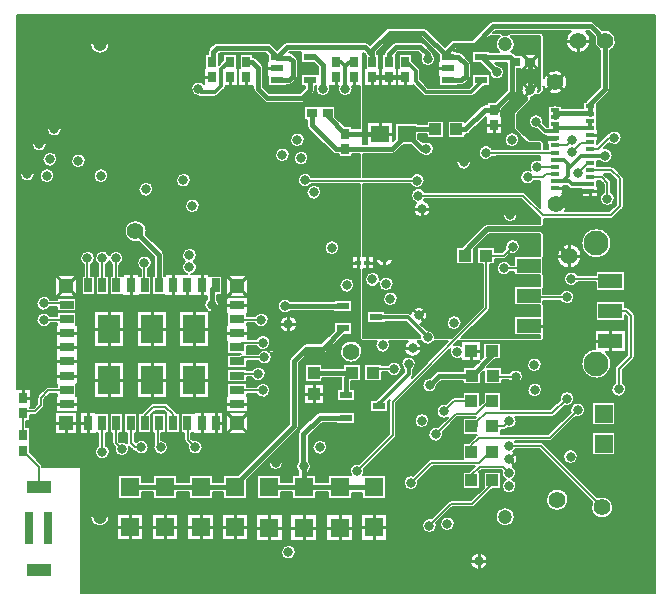
<source format=gbr>
%FSLAX23Y23*%
%MOIN*%
G04 EasyPC Gerber Version 17.0 Build 3379 *
%ADD70R,0.02756X0.04724*%
%ADD16R,0.02800X0.03500*%
%ADD23R,0.03150X0.11024*%
%ADD25R,0.03937X0.04291*%
%ADD21R,0.07480X0.09449*%
%ADD28R,0.06000X0.06000*%
%ADD26R,0.06300X0.06300*%
%ADD10C,0.00500*%
%ADD77C,0.00600*%
%ADD14C,0.01000*%
%ADD78C,0.01200*%
%ADD76C,0.01600*%
%ADD29R,0.02756X0.01181*%
%ADD27R,0.02000X0.01800*%
%ADD15R,0.04331X0.02362*%
%ADD20R,0.04724X0.02756*%
%ADD17R,0.03500X0.02800*%
%ADD18R,0.04291X0.03937*%
%ADD22R,0.07874X0.03937*%
%ADD71R,0.04724X0.04724*%
%ADD72R,0.07874X0.04724*%
%ADD19R,0.06000X0.05500*%
%ADD74C,0.03200*%
%ADD24C,0.04724*%
%ADD75C,0.05600*%
%ADD73C,0.08268*%
X0Y0D02*
D02*
D10*
X143Y477D02*
X273D01*
Y58*
X2186*
Y1983*
X58*
Y738*
X105*
Y678*
X101*
Y674*
X114*
X127Y687*
Y708*
G75*
G02X130Y716I12J0*
G01*
X155Y741*
G75*
G02X163Y744I8J-8*
G01*
X193*
Y755*
X189*
Y950*
X193*
Y956*
X170*
G75*
G02X124Y968I-22J12*
G01*
G75*
G02X170Y979I25*
G01*
X193*
Y993*
X257*
Y950*
X261*
Y755*
X257*
Y713*
X261*
Y661*
X189*
Y713*
X193*
Y721*
X168*
X150Y703*
Y683*
G75*
G02X147Y674I-12J0*
G01*
X127Y654*
G75*
G02X118Y651I-8J8*
G01*
X101*
Y631*
X90*
Y609*
X101*
Y526*
X140Y487*
G75*
G02X143Y478I-8J-8*
G01*
Y477*
X69Y1453D02*
G75*
G02X118I25D01*
G01*
G75*
G02X69I-25*
G01*
X109Y1553D02*
G75*
G02X158I25D01*
G01*
G75*
G02X109I-25*
G01*
X134Y1448D02*
G75*
G02X183I25D01*
G01*
G75*
G02X134I-25*
G01*
X144Y1503D02*
G75*
G02X193I25D01*
G01*
G75*
G02X144I-25*
G01*
X159Y1603D02*
G75*
G02X208I25D01*
G01*
G75*
G02X159I-25*
G01*
X170Y1011D02*
G75*
G02X124Y1023I-22J12D01*
G01*
G75*
G02X170Y1034I25*
G01*
X193*
Y1040*
X257*
Y996*
X193*
Y1011*
X170*
X239Y1498D02*
G75*
G02X288I25D01*
G01*
G75*
G02X239I-25*
G01*
X259Y588D02*
X187D01*
Y660*
X259*
Y588*
Y1045D02*
X187D01*
Y1117*
X259*
Y1045*
X282Y1115D02*
Y1151D01*
G75*
G02X269Y1173I12J22*
G01*
G75*
G02X318I25*
G01*
G75*
G02X305Y1151I-25*
G01*
Y1115*
X318*
Y1051*
X274*
Y1115*
X282*
X314Y1448D02*
G75*
G02X363I25D01*
G01*
G75*
G02X314I-25*
G01*
X322Y592D02*
Y588D01*
X270*
Y660*
X322*
Y656*
X365*
Y592*
X357*
Y548*
G75*
G02X368Y527I-13J-21*
G01*
G75*
G02X319I-25*
G01*
G75*
G02X330Y548I25*
G01*
Y592*
X322*
X330Y1115D02*
Y1152D01*
G75*
G02X319Y1173I13J21*
G01*
G75*
G02X366Y1182I25*
G01*
G75*
G02X413Y1173I23J-10*
G01*
G75*
G02X400Y1151I-25*
G01*
Y1115*
X411*
Y1119*
X464*
Y1115*
X472*
Y1136*
G75*
G02X459Y1158I12J22*
G01*
G75*
G02X508I25*
G01*
G75*
G02X495Y1136I-25*
G01*
Y1115*
X507*
Y1051*
X464*
Y1047*
X411*
Y1051*
X368*
Y1115*
X377*
Y1151*
G75*
G02X366Y1163I12J22*
G01*
G75*
G02X357Y1152I-23J10*
G01*
Y1115*
X365*
Y1051*
X321*
Y1115*
X330*
X367Y311D02*
G75*
G02X302I-32D01*
G01*
G75*
G02X367I32*
G01*
Y1886D02*
G75*
G02X302I-32D01*
G01*
G75*
G02X367I32*
G01*
X377Y592D02*
X368D01*
Y656*
X413*
Y592*
X400*
Y562*
X401Y561*
G75*
G02X425Y556I7J-23*
G01*
G75*
G02X425Y558I13J2*
G01*
Y592*
X415*
Y656*
X460*
Y592*
X451*
Y563*
X455Y559*
G75*
G02X498Y543I18J-16*
G01*
G75*
G02X453Y529I-25*
G01*
G75*
G02X445Y533I1J13*
G01*
X432Y545*
G75*
G02X433Y538I-23J-8*
G01*
G75*
G02X384I-25*
G01*
G75*
G02X385Y545I25*
G01*
X380Y549*
G75*
G02X377Y558I8J8*
G01*
Y592*
X417Y828D02*
Y708D01*
X317*
Y828*
X417*
Y997D02*
Y877D01*
X317*
Y997*
X417*
X464Y1403D02*
G75*
G02X513I25D01*
G01*
G75*
G02X464I-25*
G01*
X465Y1228D02*
G75*
G02X417Y1263I-11J35D01*
G01*
G75*
G02X490I37*
G01*
G75*
G02X488Y1251I-37*
G01*
X544Y1196*
G75*
G02X549Y1184I-12J-12*
G01*
Y1115*
X553*
Y1119*
X627*
G75*
G02X619Y1163I7J24*
G01*
G75*
G02X609Y1183I14J20*
G01*
G75*
G02X658I25*
G01*
G75*
G02X648Y1163I-25*
G01*
G75*
G02X640Y1119I-14J-20*
G01*
X700*
Y1115*
X743*
Y1051*
X725*
Y1036*
G75*
G02X700Y994I-17J-18*
G01*
Y877*
X600*
Y997*
X695*
G75*
G02X692Y1036I13J21*
G01*
Y1047*
X553*
Y1051*
X510*
Y1115*
X516*
Y1177*
X465Y1228*
X474Y656D02*
G75*
G02X476Y658I11J-7D01*
G01*
X504Y687*
G75*
G02X513Y691I9J-9*
G01*
X553*
G75*
G02X563Y687J-13*
G01*
X588Y662*
G75*
G02X592Y656I-9J-9*
G01*
X602*
Y592*
X557*
Y656*
X548Y664*
X519*
X511Y656*
X554*
Y592*
X540*
Y567*
G75*
G02X563Y543I-2J-24*
G01*
G75*
G02X514I-25*
G01*
G75*
G02X514Y544I25J0*
G01*
G75*
G02X517Y557I14J3*
G01*
Y592*
X510*
Y655*
X507Y653*
Y592*
X463*
Y656*
X474*
X476Y395D02*
Y371D01*
X396*
Y451*
X476*
Y428*
X513*
Y451*
X593*
Y428*
X631*
Y451*
X711*
Y428*
X745*
Y451*
X795*
X966Y622*
Y832*
G75*
G02X971Y844I17J0*
G01*
X1011Y884*
G75*
G02X1023Y889I12J-12*
G01*
X1071*
X1114Y932*
Y959*
X1175*
Y918*
X1148*
X1090Y860*
G75*
G02X1078Y856I-12J12*
G01*
X1029*
X999Y825*
Y615*
G75*
G02X994Y603I-17J0*
G01*
X825Y434*
Y371*
X745*
Y395*
X711*
Y371*
X631*
Y395*
X593*
Y371*
X513*
Y395*
X476*
X480Y321D02*
Y233D01*
X392*
Y321*
X480*
X558Y828D02*
Y708D01*
X459*
Y828*
X558*
Y997D02*
Y877D01*
X459*
Y997*
X558*
X589Y1433D02*
G75*
G02X638I25D01*
G01*
G75*
G02X589I-25*
G01*
X597Y321D02*
Y233D01*
X509*
Y321*
X597*
X617Y592D02*
X604D01*
Y656*
X648*
Y660*
X747*
Y588*
X648*
Y592*
X640*
Y572*
X646Y566*
G75*
G02X678Y543I7J-23*
G01*
G75*
G02X629I-25*
G01*
G75*
G02X630Y550I25*
G01*
X620Y559*
G75*
G02X617Y568I8J8*
G01*
Y592*
X619Y1348D02*
G75*
G02X668I25D01*
G01*
G75*
G02X619I-25*
G01*
X665Y1713D02*
G75*
G02X639Y1738I-1J24D01*
G01*
G75*
G02X682Y1754I25*
G01*
Y1807*
X686*
Y1854*
X695*
Y1860*
G75*
G02X700Y1873I18J0*
G01*
X714Y1887*
G75*
G02X727Y1892I13J-13*
G01*
X895*
G75*
G02X907Y1887J-18*
G01*
X927Y1867*
X948Y1889*
G75*
G02X959Y1894I12J-12*
G01*
X1218*
G75*
G02X1229Y1889I0J-17*
G01*
X1235Y1883*
X1289Y1937*
G75*
G02X1301Y1942I12J-12*
G01*
X1413*
G75*
G02X1425Y1937I0J-17*
G01*
X1484Y1877*
X1504Y1897*
G75*
G02X1516Y1902I12J-12*
G01*
X1577*
X1633Y1958*
G75*
G02X1645Y1963I12J-12*
G01*
X1972*
G75*
G02X1983Y1958I0J-17*
G01*
X2008Y1933*
G75*
G02X2034Y1865I11J-35*
G01*
Y1736*
G75*
G02X2029Y1724I-17J0*
G01*
X1992Y1687*
Y1603*
X1996*
Y1566*
X1992*
Y1554*
X2022Y1584*
G75*
G02X2029Y1588I9J-9*
G01*
G75*
G02X2074Y1575I21J-13*
G01*
G75*
G02X2033Y1557I-25*
G01*
X2014Y1539*
G75*
G02X2044Y1515I6J-24*
G01*
G75*
G02X2002Y1498I-25*
G01*
X1992*
Y1479*
X2040*
G75*
G02X2049Y1476J-13*
G01*
X2077Y1448*
G75*
G02X2081Y1439I-9J-9*
G01*
Y1346*
G75*
G02X2077Y1337I-13J0*
G01*
X2047Y1307*
G75*
G02X2038Y1303I-9J9*
G01*
X1815*
Y1288*
G75*
G02X1803Y1277I-11*
G01*
X1627*
G75*
G03X1623Y1275I0J-5*
G01*
X1562Y1214*
X1578*
X1626Y1262*
G75*
G02X1633Y1266I8J-8*
G01*
X1802*
G75*
G02X1810Y1262I0J-11*
G01*
X1811Y1261*
G75*
G02X1815Y1253I-8J-8*
G01*
Y1181*
G75*
G02X1813Y1175I-11*
G01*
Y1122*
G75*
G02X1815Y1116I-10J-5*
G01*
Y1080*
G75*
G02X1813Y1075I-11*
G01*
Y1055*
X1870*
G75*
G02X1916Y1043I22J-12*
G01*
G75*
G02X1870Y1032I-25*
G01*
X1813*
Y1021*
G75*
G02X1815Y1016I-10J-5*
G01*
Y984*
X1817*
Y912*
X1815*
Y908*
G75*
G02X1803Y896I-11*
G01*
X1540*
G75*
G02X1533Y900I0J11*
G01*
X1517Y884*
G75*
G02X1539Y882I9J-23*
G01*
Y896*
X1607*
Y837*
X1613Y843*
Y892*
X1673*
Y836*
X1652*
X1625Y809*
X1674*
Y790*
X1699*
G75*
G02X1745Y778I22J-12*
G01*
G75*
G02X1699Y767I-25*
G01*
X1674*
Y753*
X1614*
Y798*
X1604Y788*
Y753*
X1544*
Y765*
X1472*
X1459Y751*
G75*
G02X1459Y750I-24J-1*
G01*
G75*
G02X1410I-25*
G01*
G75*
G02X1436Y775I25*
G01*
X1454Y793*
G75*
G02X1466Y798I12J-12*
G01*
X1544*
Y809*
X1578*
X1601Y832*
X1539*
Y840*
G75*
G02X1503Y870I-13J21*
G01*
X1323Y690*
Y583*
G75*
G02X1320Y575I-12J0*
G01*
X1216Y471*
G75*
G02X1212Y450I-23J-7*
G01*
X1288*
Y369*
X1208*
Y391*
X1174*
Y369*
X1094*
Y393*
X1054*
Y369*
X974*
Y393*
X940*
Y369*
X860*
Y449*
X940*
Y426*
X974*
Y449*
X997*
Y461*
G75*
G02X995Y494I16J18*
G01*
Y587*
G75*
G02X1000Y600I18J0*
G01*
X1055Y655*
G75*
G02X1068Y660I13J-13*
G01*
X1126*
Y662*
X1187*
Y622*
X1126*
Y624*
X1075*
X1031Y580*
Y497*
G75*
G02X1030Y461I-17J-18*
G01*
Y449*
X1054*
Y426*
X1094*
Y449*
X1173*
G75*
G02X1200Y487I19J15*
G01*
X1300Y588*
Y695*
G75*
G02X1301Y700I12*
G01*
X1297Y696*
Y659*
X1236*
Y700*
X1256*
X1348Y793*
Y803*
G75*
G02X1339Y821I16J18*
G01*
G75*
G02X1388I25*
G01*
G75*
G02X1380Y803I-25*
G01*
Y786*
G75*
G02X1375Y775I-16*
G01*
X1375Y774*
X1497Y896*
X1452*
G75*
G02X1449Y897J11*
G01*
G75*
G02X1406I-21J12*
G01*
G75*
G02X1403Y896I-3J11*
G01*
X1394*
G75*
G02X1407Y873I-15J-24*
G01*
G75*
G02X1350I-29*
G01*
G75*
G02X1363Y896I29*
G01*
X1299*
G75*
G02X1303Y883I-20J-14*
G01*
G75*
G02X1254I-25*
G01*
G75*
G02X1258Y896I25J0*
G01*
X1213*
G75*
G02X1202Y908J11*
G01*
Y1136*
X1175*
Y1179*
X1202*
Y1419*
X1039*
G75*
G02X994Y1433I-20J14*
G01*
G75*
G02X1039Y1445I25*
G01*
X1202*
Y1521*
X1176*
Y1511*
X1131*
Y1519*
X1123*
G75*
G02X1111Y1525I0J18*
G01*
X1030Y1605*
G75*
G02X1025Y1618I13J13*
G01*
Y1635*
X1017*
Y1680*
X1120*
Y1645*
X1151Y1614*
X1176*
Y1606*
X1202*
Y1747*
X1176*
G75*
G02X1178Y1738I-23J-10*
G01*
G75*
G02X1129I-25*
G01*
G75*
G02X1131Y1747I25*
G01*
X1101*
G75*
G02X1103Y1738I-23J-10*
G01*
G75*
G02X1054I-25*
G01*
G75*
G02X1056Y1748I25*
G01*
X1052*
Y1735*
G75*
G02X1047Y1723I-17J0*
G01*
X1020Y1696*
G75*
G02X1008Y1691I-12J12*
G01*
X893*
G75*
G02X882Y1696I0J17*
G01*
X852Y1726*
G75*
G02X847Y1738I12J12*
G01*
Y1747*
X797*
Y1807*
X801*
Y1854*
X846*
Y1844*
G75*
G02X855Y1840I-3J-16*
G01*
X875Y1819*
G75*
G02X880Y1808I-12J-12*
G01*
Y1744*
X900Y1724*
X1002*
X1019Y1741*
Y1748*
X1005*
Y1788*
X1062*
Y1811*
X1050Y1823*
X1005*
Y1861*
X966*
X966Y1860*
X967*
G75*
G02X979Y1855I0J-18*
G01*
X990Y1844*
G75*
G02X996Y1831I-13J-13*
G01*
Y1782*
G75*
G02X990Y1769I-18J0*
G01*
X976Y1755*
G75*
G02X964Y1750I-13J13*
G01*
X955*
Y1748*
X895*
Y1781*
X891*
Y1830*
X895*
Y1848*
X887Y1856*
X734*
X731Y1853*
Y1818*
X746Y1833*
Y1854*
X791*
Y1807*
X795*
Y1747*
X755*
G75*
G02X750Y1736I-16J1*
G01*
X730Y1716*
G75*
G02X718Y1711I-11J11*
G01*
X673*
G75*
G02X665Y1713I0J26*
G01*
X700Y828D02*
Y708D01*
X600*
Y828*
X700*
X715Y321D02*
Y233D01*
X627*
Y321*
X715*
X760Y713D02*
Y757D01*
X824*
Y744*
X857*
G75*
G02X903Y733I22J-12*
G01*
G75*
G02X857Y721I-25*
G01*
X824*
Y713*
X828*
Y661*
X756*
Y713*
X760*
Y897D02*
X756D01*
Y950*
X760*
Y992*
X756*
Y1044*
X828*
Y992*
X824*
Y979*
X852*
G75*
G02X898Y968I22J-12*
G01*
G75*
G02X852Y956I-25*
G01*
X824*
Y950*
X828*
Y904*
X857*
G75*
G02X903Y892I22J-12*
G01*
G75*
G02X857Y881I-25*
G01*
X824*
Y854*
X862*
G75*
G02X908Y843I22J-12*
G01*
G75*
G02X862Y831I-25*
G01*
X824*
Y807*
X760*
Y851*
X798*
G75*
G02X804Y854I8J-9*
G01*
X760*
Y897*
X824Y776D02*
Y759D01*
X760*
Y804*
X824*
Y799*
X842*
G75*
G02X888Y788I22J-12*
G01*
G75*
G02X842Y776I-25*
G01*
X824*
X828Y588D02*
X756D01*
Y660*
X828*
Y588*
Y1045D02*
X756D01*
Y1117*
X828*
Y1045*
X829Y321D02*
Y233D01*
X741*
Y321*
X829*
X897Y492D02*
G75*
G02X946I25D01*
G01*
G75*
G02X897I-25*
G01*
X919Y1518D02*
G75*
G02X968I25D01*
G01*
G75*
G02X919I-25*
G01*
X935Y953D02*
G75*
G02X992I29D01*
G01*
G75*
G02X935I-29*
G01*
X939Y193D02*
G75*
G02X988I25D01*
G01*
G75*
G02X939I-25*
G01*
X944Y319D02*
Y231D01*
X856*
Y319*
X944*
X969Y1568D02*
G75*
G02X1018I25D01*
G01*
G75*
G02X969I-25*
G01*
X969Y996D02*
G75*
G02X928Y1014I-17J18D01*
G01*
G75*
G02X969Y1032I25*
G01*
X1114*
Y1034*
X1175*
Y993*
X1114*
Y996*
X969*
X981Y1507D02*
G75*
G02X1030I25D01*
G01*
G75*
G02X981I-25*
G01*
X1024Y1393D02*
G75*
G02X1073I25D01*
G01*
G75*
G02X1024I-25*
G01*
X1044Y543D02*
G75*
G02X1093I25D01*
G01*
G75*
G02X1044I-25*
G01*
X1058Y319D02*
Y231D01*
X970*
Y319*
X1058*
X1077Y775D02*
Y761D01*
X1020*
Y821*
X1077*
Y808*
X1145*
Y819*
X1205*
Y763*
X1173*
Y737*
X1187*
Y697*
X1126*
Y737*
X1140*
Y773*
G75*
G02X1140Y775I17J0*
G01*
X1077*
X1081Y755D02*
Y687D01*
X1016*
Y755*
X1081*
X1084Y1208D02*
G75*
G02X1133I25D01*
G01*
G75*
G02X1084I-25*
G01*
X1134Y1083D02*
G75*
G02X1183I25D01*
G01*
G75*
G02X1134I-25*
G01*
X1136Y862D02*
G75*
G02X1209I37D01*
G01*
G75*
G02X1136I-37*
G01*
X1178Y319D02*
Y231D01*
X1090*
Y319*
X1178*
X1275Y793D02*
Y763D01*
X1215*
Y819*
X1275*
Y816*
X1294*
G75*
G02X1340Y804I22J-12*
G01*
G75*
G02X1294Y793I-25*
G01*
X1275*
X1292Y320D02*
Y232D01*
X1204*
Y320*
X1292*
X1380Y448D02*
X1431Y500D01*
G75*
G02X1440Y504I8J-8*
G01*
X1544*
Y556*
X1564*
G75*
G02X1565Y558I10J-6*
G01*
X1589Y582*
G75*
G02X1592Y584I8J-8*
G01*
X1544*
Y641*
X1586*
X1588Y643*
X1527*
X1478Y593*
G75*
G02X1479Y586I-23J-7*
G01*
G75*
G02X1430I-25*
G01*
G75*
G02X1462Y609I25*
G01*
X1495Y642*
G75*
G02X1457Y663I-13J21*
G01*
G75*
G02X1489Y686I25*
G01*
X1508Y706*
G75*
G02X1516Y709I8J-8*
G01*
X1544*
Y726*
X1603*
Y685*
X1614Y695*
Y726*
X1673*
Y670*
X1837*
X1868Y700*
G75*
G02X1867Y705I24J5*
G01*
G75*
G02X1916I25*
G01*
G75*
G02X1885Y681I-25*
G01*
X1852Y648*
G75*
G02X1843Y644I-9J9*
G01*
X1720*
G75*
G02X1692Y607I-20J-14*
G01*
X1690Y604*
G75*
G02X1682Y601I-8J8*
G01*
X1673*
Y586*
X1829*
X1904Y661*
G75*
G02X1903Y668I23J7*
G01*
G75*
G02X1952I25*
G01*
G75*
G02X1920Y645I-25*
G01*
X1842Y566*
G75*
G02X1834Y563I-8J8*
G01*
X1718*
G75*
G02X1720Y560I-20J-15*
G01*
X1805*
G75*
G02X1813Y556I0J-12*
G01*
X1993Y376*
G75*
G02X2046Y343I16J-33*
G01*
G75*
G02X1973I-37*
G01*
G75*
G02X1977Y360I36*
G01*
X1800Y537*
X1720*
G75*
G02X1713Y528I-22J12*
G01*
G75*
G02X1711Y479I-15J-24*
G01*
G75*
G02X1710Y436I-13J-21*
G01*
G75*
G02X1724Y414I-10J-22*
G01*
G75*
G02X1675I-25*
G01*
G75*
G02X1688Y436I25*
G01*
G75*
G02X1675Y465I10J22*
G01*
X1674Y467*
X1605*
X1600Y461*
X1603*
Y404*
X1544*
Y461*
X1567*
X1587Y481*
X1444*
X1396Y432*
G75*
G02X1397Y425I-23J-7*
G01*
G75*
G02X1348I-25*
G01*
G75*
G02X1380Y448I25*
G01*
X1384Y632D02*
G75*
G02X1433I25D01*
G01*
G75*
G02X1384I-25*
G01*
X1441Y306D02*
X1497Y362D01*
G75*
G02X1505Y366I8J-8*
G01*
X1572*
X1614Y407*
Y461*
X1673*
Y404*
X1643*
X1585Y346*
G75*
G02X1577Y343I-8J8*
G01*
X1510*
X1457Y290*
G75*
G02X1458Y282I-23J-7*
G01*
G75*
G02X1409I-25*
G01*
G75*
G02X1441Y306I25*
G01*
X1469Y288D02*
G75*
G02X1518I25D01*
G01*
G75*
G02X1469I-25*
G01*
X1570Y163D02*
G75*
G02X1627I29D01*
G01*
G75*
G02X1570I-29*
G01*
X1718Y311D02*
G75*
G02X1654I-32D01*
G01*
G75*
G02X1718I32*
G01*
X1759Y818D02*
G75*
G02X1808I25D01*
G01*
G75*
G02X1759I-25*
G01*
X1760Y734D02*
G75*
G02X1809I25D01*
G01*
G75*
G02X1760I-25*
G01*
X1823Y368D02*
G75*
G02X1896I37D01*
G01*
G75*
G02X1823I-37*
G01*
X1859Y1180D02*
G75*
G02X1940I41D01*
G01*
G75*
G02X1859I-41*
G01*
X1879Y512D02*
G75*
G02X1928I25D01*
G01*
G75*
G02X1879I-25*
G01*
X1928Y1093D02*
G75*
G02X1882Y1104I-22J12D01*
G01*
G75*
G02X1928Y1116I25*
G01*
X1989*
Y1129*
X2085*
Y1065*
X1989*
Y1093*
X1928*
X1975Y594D02*
X2052D01*
Y517*
X1975*
Y594*
Y694D02*
X2052D01*
Y617*
X1975*
Y694*
X1985Y871D02*
Y933D01*
X2089*
Y860*
X2021*
G75*
G02X1990Y772I-31J-39*
G01*
G75*
G02X1985Y871J50*
G01*
X1990Y1173D02*
G75*
G02Y1273J50D01*
G01*
G75*
G02Y1173J-50*
G01*
X2052Y757D02*
Y805D01*
G75*
G02X2055Y814I13J0*
G01*
X2092Y850*
Y977*
X2085Y983*
Y965*
X1989*
Y1029*
X2085*
Y1010*
X2090*
G75*
G02X2099Y1006I0J-13*
G01*
X2114Y991*
G75*
G02X2118Y982I-9J-9*
G01*
Y845*
G75*
G02X2114Y836I-13J0*
G01*
X2078Y800*
Y757*
G75*
G02X2089Y736I-13J-21*
G01*
G75*
G02X2040I-25*
G01*
G75*
G02X2052Y757I25*
G01*
X58Y1453D02*
G36*
Y1403D01*
X464*
G75*
G02X513I25*
G01*
X1026*
G75*
G02X1071I22J-10*
G01*
X1202*
Y1419*
X1039*
G75*
G02X994Y1433I-20J14*
G01*
G75*
G02X1004Y1453I25*
G01*
X628*
G75*
G02X638Y1433I-14J-20*
G01*
G75*
G02X589I-25*
G01*
G75*
G02X599Y1453I25*
G01*
X362*
G75*
G02X363Y1448I-24J-5*
G01*
G75*
G02X314I-25*
G01*
G75*
G02X315Y1453I25*
G01*
X182*
G75*
G02X183Y1448I-24J-5*
G01*
G75*
G02X134I-25*
G01*
G75*
G02X135Y1453I25*
G01*
X118*
G75*
G02X69I-25*
G01*
X58*
G37*
X69D02*
G36*
G75*
G02X118I25D01*
G01*
X135*
G75*
G02X182I24J-5*
G01*
X315*
G75*
G02X362I24J-5*
G01*
X599*
G75*
G02X628I14J-20*
G01*
X1004*
G75*
G02X1039Y1445I14J-20*
G01*
X1202*
Y1503*
X1030*
G75*
G02X982I-24J5*
G01*
X963*
G75*
G02X924I-19J15*
G01*
X287*
G75*
G02X288Y1498I-24J-5*
G01*
G75*
G02X239I-25*
G01*
G75*
G02X240Y1503I25*
G01*
X193*
G75*
G02X144I-25*
G01*
X58*
Y1453*
X69*
G37*
X2073D02*
G36*
X2077Y1448D01*
G75*
G02X2081Y1439I-9J-9*
G01*
Y1403*
X2186*
Y1453*
X2073*
G37*
X2186D02*
G36*
Y1503D01*
X2041*
G75*
G02X2002Y1498I-21J13*
G01*
X1992*
Y1479*
X2040*
G75*
G02X2049Y1476J-13*
G01*
X2073Y1453*
X2186*
G37*
X58Y1553D02*
G36*
Y1503D01*
X144*
G75*
G02X193I25*
G01*
X240*
G75*
G02X287I24J-5*
G01*
X924*
G75*
G02X919Y1518I19J15*
G01*
G75*
G02X968I25*
G01*
G75*
G02X963Y1503I-25*
G01*
X982*
G75*
G02X981Y1507I24J5*
G01*
G75*
G02X1030I25*
G01*
G75*
G02X1030Y1503I-25J0*
G01*
X1202*
Y1521*
X1176*
Y1511*
X1131*
Y1519*
X1123*
G75*
G02X1111Y1525I0J18*
G01*
X1083Y1553*
X1013*
G75*
G02X974I-19J15*
G01*
X158*
G75*
G02X109I-25*
G01*
X58*
G37*
X109D02*
G36*
G75*
G02X158I25D01*
G01*
X974*
G75*
G02X969Y1568I19J15*
G01*
G75*
G02X1018I25*
G01*
G75*
G02X1013Y1553I-25*
G01*
X1083*
X1033Y1603*
X208*
G75*
G02X159I-25*
G01*
X58*
Y1553*
X109*
G37*
X2059D02*
G36*
G75*
G02X2033Y1557I-10J23D01*
G01*
X2014Y1539*
G75*
G02X2044Y1515I6J-24*
G01*
G75*
G02X2041Y1503I-25*
G01*
X2186*
Y1553*
X2059*
G37*
X2186D02*
G36*
Y1603D01*
X1996*
Y1566*
X1992*
Y1554*
X2022Y1584*
G75*
G02X2029Y1588I9J-9*
G01*
G75*
G02X2074Y1575I21J-13*
G01*
G75*
G02X2059Y1553I-25*
G01*
X2186*
G37*
X159Y1603D02*
G36*
G75*
G02X208I25D01*
G01*
X1033*
X1030Y1605*
G75*
G02X1025Y1618I13J13*
G01*
Y1635*
X1017*
Y1680*
X1120*
Y1645*
X1151Y1614*
X1176*
Y1606*
X1202*
Y1747*
X1176*
G75*
G02X1178Y1738I-23J-10*
G01*
G75*
G02X1129I-25*
G01*
G75*
G02X1131Y1747I25*
G01*
X1101*
G75*
G02X1103Y1738I-23J-10*
G01*
G75*
G02X1054I-25*
G01*
G75*
G02X1056Y1748I25*
G01*
X1052*
Y1735*
G75*
G02X1047Y1723I-17J0*
G01*
X1020Y1696*
G75*
G02X1008Y1691I-12J12*
G01*
X893*
G75*
G02X882Y1696I0J17*
G01*
X852Y1726*
G75*
G02X847Y1738I12J12*
G01*
Y1747*
X797*
Y1807*
X801*
Y1854*
X846*
Y1844*
G75*
G02X855Y1840I-3J-16*
G01*
X875Y1819*
G75*
G02X880Y1808I-12J-12*
G01*
Y1744*
X900Y1724*
X1002*
X1019Y1741*
Y1748*
X1005*
Y1788*
X1062*
Y1811*
X1050Y1823*
X1005*
Y1861*
X966*
X966Y1860*
X967*
G75*
G02X979Y1855I0J-18*
G01*
X990Y1844*
G75*
G02X996Y1831I-13J-13*
G01*
Y1782*
G75*
G02X990Y1769I-18J0*
G01*
X976Y1755*
G75*
G02X964Y1750I-13J13*
G01*
X955*
Y1748*
X895*
Y1781*
X891*
Y1830*
X895*
Y1848*
X887Y1856*
X734*
X731Y1853*
Y1818*
X746Y1833*
Y1854*
X791*
Y1807*
X795*
Y1747*
X755*
G75*
G02X750Y1736I-16J1*
G01*
X730Y1716*
G75*
G02X718Y1711I-11J11*
G01*
X673*
G75*
G02X665Y1713I0J26*
G01*
G75*
G02X639Y1738I-1J24*
G01*
G75*
G02X682Y1754I25*
G01*
Y1807*
X686*
Y1854*
X695*
Y1860*
G75*
G02X700Y1873I18J0*
G01*
X713Y1886*
X367*
G75*
G02X302I-32*
G01*
X58*
Y1603*
X159*
G37*
X2186D02*
G36*
Y1886D01*
X2054*
G75*
G02X2034Y1865I-35J12*
G01*
Y1736*
G75*
G02X2029Y1724I-17J0*
G01*
X1992Y1687*
Y1603*
X1996*
Y1603*
X2186*
G37*
X58Y1021D02*
G36*
Y738D01*
X105*
Y678*
X101*
Y674*
X114*
X127Y687*
Y708*
G75*
G02X130Y716I12J0*
G01*
X155Y741*
G75*
G02X163Y744I8J-8*
G01*
X193*
Y755*
X189*
Y950*
X193*
Y956*
X170*
G75*
G02X124Y968I-22J12*
G01*
G75*
G02X170Y979I25*
G01*
X193*
Y993*
X257*
Y950*
X261*
Y937*
X317*
Y997*
X417*
Y937*
X459*
Y997*
X558*
Y937*
X600*
Y997*
X695*
G75*
G02X684Y1021I13J21*
G01*
X257*
Y996*
X193*
Y1011*
X170*
G75*
G02X124Y1021I-22J12*
G01*
X58*
G37*
X124D02*
G36*
G75*
G02X124Y1023I24J1D01*
G01*
G75*
G02X170Y1034I25*
G01*
X193*
Y1040*
X257*
Y1021*
X684*
G75*
G02X692Y1036I24J-4*
G01*
Y1047*
X553*
Y1051*
X510*
Y1081*
X507*
Y1051*
X464*
Y1047*
X411*
Y1051*
X368*
Y1115*
X377*
Y1151*
G75*
G02X366Y1163I12J22*
G01*
G75*
G02X357Y1152I-23J10*
G01*
Y1115*
X365*
Y1051*
X321*
Y1081*
X318*
Y1051*
X274*
Y1081*
X259*
Y1045*
X187*
Y1081*
X58*
Y1021*
X124*
G37*
X733D02*
G36*
G75*
G02X700Y994I-24J-4D01*
G01*
Y937*
X756*
Y950*
X760*
Y992*
X756*
Y1021*
X733*
G37*
X756D02*
G36*
Y1044D01*
X828*
Y1021*
X929*
G75*
G02X969Y1032I23J-7*
G01*
X1114*
Y1034*
X1175*
Y1021*
X1202*
Y1081*
X1183*
G75*
G02X1134I-24J2*
G01*
X828*
Y1045*
X756*
Y1081*
X743*
Y1051*
X725*
Y1036*
G75*
G02X733Y1021I-17J-18*
G01*
X756*
G37*
X828D02*
G36*
Y992D01*
X824*
Y979*
X852*
G75*
G02X898Y968I22J-12*
G01*
G75*
G02X852Y956I-25*
G01*
X824*
Y950*
X828*
Y937*
X939*
G75*
G02X935Y953I24J15*
G01*
G75*
G02X992I29*
G01*
G75*
G02X987Y937I-29*
G01*
X1114*
Y959*
X1175*
Y937*
X1202*
Y1021*
X1175*
Y993*
X1114*
Y996*
X969*
G75*
G02X928Y1014I-17J18*
G01*
G75*
G02X929Y1021I25*
G01*
X828*
G37*
X1903D02*
G36*
G75*
G02X1870Y1032I-11J22D01*
G01*
X1813*
Y1021*
G75*
G02X1815Y1016I-10J-5*
G01*
Y984*
X1817*
Y937*
X2092*
Y977*
X2085Y983*
Y965*
X1989*
Y1021*
X1903*
G37*
X1989D02*
G36*
Y1029D01*
X2085*
Y1021*
X2186*
Y1081*
X2085*
Y1065*
X1989*
Y1093*
X1928*
G75*
G02X1899Y1081I-22J12*
G01*
X1815*
Y1080*
G75*
G02X1813Y1075I-11*
G01*
Y1055*
X1870*
G75*
G02X1916Y1043I22J-12*
G01*
G75*
G02X1903Y1021I-25*
G01*
X1989*
G37*
X2085D02*
G36*
Y1010D01*
X2090*
G75*
G02X2099Y1006I0J-13*
G01*
X2114Y991*
G75*
G02X2118Y982I-9J-9*
G01*
Y937*
X2186*
Y1021*
X2085*
G37*
X90Y624D02*
G36*
Y609D01*
X101*
Y543*
X324*
G75*
G02X330Y548I19J-15*
G01*
Y592*
X322*
Y588*
X270*
Y624*
X259*
Y588*
X187*
Y624*
X90*
G37*
X187D02*
G36*
Y660D01*
X259*
Y624*
X270*
Y660*
X322*
Y656*
X365*
Y624*
X368*
Y656*
X413*
Y592*
X400*
Y562*
X401Y561*
G75*
G02X425Y556I7J-23*
G01*
G75*
G02X425Y558I13J2*
G01*
Y592*
X415*
Y656*
X460*
Y624*
X463*
Y656*
X474*
G75*
G02X476Y658I11J-7*
G01*
X504Y687*
G75*
G02X513Y691I9J-9*
G01*
X553*
G75*
G02X563Y687J-13*
G01*
X588Y662*
G75*
G02X592Y656I-9J-9*
G01*
X602*
Y624*
X604*
Y656*
X648*
Y660*
X747*
Y624*
X756*
Y660*
X828*
Y624*
X966*
Y709*
X885*
G75*
G02X857Y721I-7J24*
G01*
X824*
Y713*
X828*
Y661*
X756*
Y709*
X700*
Y708*
X600*
Y709*
X558*
Y708*
X459*
Y709*
X417*
Y708*
X317*
Y709*
X261*
Y661*
X189*
Y713*
X193*
Y721*
X168*
X150Y703*
Y683*
G75*
G02X147Y674I-12J0*
G01*
X127Y654*
G75*
G02X118Y651I-8J8*
G01*
X101*
Y631*
X90*
Y624*
X187*
G37*
X365D02*
G36*
Y592D01*
X357*
Y548*
G75*
G02X363Y543I-13J-21*
G01*
X385*
G75*
G02X385Y545I24J-5*
G01*
X380Y549*
G75*
G02X377Y558I8J8*
G01*
Y592*
X368*
Y624*
X365*
G37*
X460D02*
G36*
Y592D01*
X451*
Y563*
X455Y559*
G75*
G02X498Y543I18J-16*
G01*
X514*
G75*
G02X514Y544I25J0*
G01*
G75*
G02X517Y557I14J3*
G01*
Y592*
X510*
Y655*
X507Y653*
Y592*
X463*
Y624*
X460*
G37*
X602D02*
G36*
Y592D01*
X557*
Y656*
X548Y664*
X519*
X511Y656*
X554*
Y592*
X540*
Y567*
G75*
G02X563Y543I-2J-24*
G01*
X629*
G75*
G02X630Y550I25*
G01*
X620Y559*
G75*
G02X617Y568I8J8*
G01*
Y592*
X604*
Y624*
X602*
G37*
X747D02*
G36*
Y588D01*
X648*
Y592*
X640*
Y572*
X646Y566*
G75*
G02X678Y543I7J-23*
G01*
X887*
X966Y622*
Y624*
X828*
Y588*
X756*
Y624*
X747*
G37*
X999D02*
G36*
Y615D01*
G75*
G02X994Y603I-17J0*
G01*
X933Y543*
X995*
Y587*
G75*
G02X1000Y600I18J0*
G01*
X1024Y624*
X999*
G37*
X1024D02*
G36*
X1055Y655D01*
G75*
G02X1068Y660I13J-13*
G01*
X1126*
Y662*
X1187*
Y622*
X1126*
Y624*
X1075*
X1031Y580*
Y543*
X1044*
G75*
G02X1093I25*
G01*
X1255*
X1300Y588*
Y695*
G75*
G02X1301Y700I12*
G01*
X1297Y696*
Y659*
X1236*
Y700*
X1256*
X1265Y709*
X1187*
Y697*
X1126*
Y709*
X1081*
Y687*
X1016*
Y709*
X999*
Y624*
X1024*
G37*
X1323D02*
G36*
Y583D01*
G75*
G02X1320Y575I-12J0*
G01*
X1287Y543*
X1544*
Y556*
X1564*
G75*
G02X1565Y558I10J-6*
G01*
X1589Y582*
G75*
G02X1592Y584I8J-8*
G01*
X1544*
Y641*
X1586*
X1588Y643*
X1527*
X1478Y593*
G75*
G02X1479Y586I-23J-7*
G01*
G75*
G02X1430I-25*
G01*
G75*
G02X1462Y609I25*
G01*
X1476Y624*
X1432*
G75*
G02X1385I-23J8*
G01*
X1323*
G37*
X1385D02*
G36*
G75*
G02X1384Y632I23J8D01*
G01*
G75*
G02X1433I25*
G01*
G75*
G02X1432Y624I-25J0*
G01*
X1476*
X1495Y642*
G75*
G02X1457Y663I-13J21*
G01*
G75*
G02X1489Y686I25*
G01*
X1508Y706*
G75*
G02X1515Y709I8J-8*
G01*
X1342*
X1323Y690*
Y624*
X1385*
G37*
X1900D02*
G36*
X1842Y566D01*
G75*
G02X1834Y563I-8J8*
G01*
X1718*
G75*
G02X1720Y560I-20J-15*
G01*
X1805*
G75*
G02X1813Y556I0J-12*
G01*
X1827Y543*
X1975*
Y594*
X2052*
Y543*
X2186*
Y624*
X2052*
Y617*
X1975*
Y624*
X1900*
G37*
X1975D02*
G36*
Y694D01*
X2052*
Y624*
X2186*
Y709*
X1916*
G75*
G02X1916Y705I-24J-4*
G01*
G75*
G02X1885Y681I-25*
G01*
X1852Y648*
G75*
G02X1843Y644I-9J9*
G01*
X1720*
G75*
G02X1692Y607I-20J-14*
G01*
X1690Y604*
G75*
G02X1682Y601I-8J8*
G01*
X1673*
Y586*
X1829*
X1904Y661*
G75*
G02X1903Y668I23J7*
G01*
G75*
G02X1952I25*
G01*
G75*
G02X1920Y645I-25*
G01*
X1900Y624*
X1975*
G37*
X187Y1081D02*
G36*
Y1117D01*
X259*
Y1081*
X274*
Y1115*
X282*
Y1151*
G75*
G02X269Y1173I12J22*
G01*
G75*
G02X318I25*
G01*
G75*
G02X305Y1151I-25*
G01*
Y1115*
X318*
Y1081*
X321*
Y1115*
X330*
Y1152*
G75*
G02X319Y1173I13J21*
G01*
G75*
G02X366Y1182I25*
G01*
G75*
G02X413Y1173I23J-10*
G01*
G75*
G02X400Y1151I-25*
G01*
Y1115*
X411*
Y1119*
X464*
Y1115*
X472*
Y1136*
G75*
G02X459Y1158I12J22*
G01*
G75*
G02X508I25*
G01*
G75*
G02X495Y1136I-25*
G01*
Y1115*
X507*
Y1081*
X510*
Y1115*
X516*
Y1177*
X485Y1208*
X58*
Y1081*
X187*
G37*
X756D02*
G36*
Y1117D01*
X828*
Y1081*
X1134*
G75*
G02X1134Y1083I24J2*
G01*
G75*
G02X1183I25*
G01*
G75*
G02X1183Y1081I-25J0*
G01*
X1202*
Y1136*
X1175*
Y1179*
X1202*
Y1208*
X1133*
G75*
G02X1084I-25*
G01*
X532*
X544Y1196*
G75*
G02X549Y1184I-12J-12*
G01*
Y1115*
X553*
Y1119*
X627*
G75*
G02X619Y1163I7J24*
G01*
G75*
G02X609Y1183I14J20*
G01*
G75*
G02X658I25*
G01*
G75*
G02X648Y1163I-25*
G01*
G75*
G02X640Y1119I-14J-20*
G01*
X700*
Y1115*
X743*
Y1081*
X756*
G37*
X1899D02*
G36*
G75*
G02X1882Y1104I8J23D01*
G01*
G75*
G02X1928Y1116I25*
G01*
X1989*
Y1129*
X2085*
Y1081*
X2186*
Y1208*
X2037*
G75*
G02X1990Y1173I-47J16*
G01*
G75*
G02X1942Y1208J50*
G01*
X1929*
G75*
G02X1940Y1180I-30J-27*
G01*
G75*
G02X1859I-41*
G01*
G75*
G02X1870Y1208I41*
G01*
X1815*
Y1181*
G75*
G02X1813Y1175I-11*
G01*
Y1122*
G75*
G02X1815Y1116I-10J-5*
G01*
Y1081*
X1899*
G37*
X273Y311D02*
G36*
Y193D01*
X939*
G75*
G02X988I25*
G01*
X2186*
Y311*
X2027*
G75*
G02X1992I-18J32*
G01*
X1718*
G75*
G02X1654I-32*
G01*
X1499*
G75*
G02X1518Y288I-5J-24*
G01*
G75*
G02X1469I-25*
G01*
G75*
G02X1488Y311I25*
G01*
X1479*
X1457Y290*
G75*
G02X1458Y282I-23J-7*
G01*
G75*
G02X1409I-25*
G01*
G75*
G02X1441Y306I25*
G01*
X1446Y311*
X1292*
Y232*
X1204*
Y311*
X1178*
Y231*
X1090*
Y311*
X1058*
Y231*
X970*
Y311*
X944*
Y231*
X856*
Y311*
X829*
Y233*
X741*
Y311*
X715*
Y233*
X627*
Y311*
X597*
Y233*
X509*
Y311*
X480*
Y233*
X392*
Y311*
X367*
G75*
G02X302I-32*
G01*
X273*
G37*
X302D02*
G36*
G75*
G02X367I32D01*
G01*
X392*
Y321*
X480*
Y311*
X509*
Y321*
X597*
Y311*
X627*
Y321*
X715*
Y311*
X741*
Y321*
X829*
Y311*
X856*
Y319*
X944*
Y311*
X970*
Y319*
X1058*
Y311*
X1090*
Y319*
X1178*
Y311*
X1204*
Y320*
X1292*
Y311*
X1446*
X1497Y362*
G75*
G02X1505Y366I8J-8*
G01*
X1572*
X1574Y368*
X273*
Y311*
X302*
G37*
X1488D02*
G36*
G75*
G02X1499I5J-24D01*
G01*
X1654*
G75*
G02X1718I32*
G01*
X1992*
G75*
G02X1973Y343I18J32*
G01*
G75*
G02X1977Y360I36*
G01*
X1969Y368*
X1896*
G75*
G02X1823I-37*
G01*
X1607*
X1585Y346*
G75*
G02X1577Y343I-8J8*
G01*
X1510*
X1479Y311*
X1488*
G37*
X2186D02*
G36*
Y368D01*
X2036*
G75*
G02X2046Y343I-27J-25*
G01*
G75*
G02X2027Y311I-37*
G01*
X2186*
G37*
X302Y1886D02*
G36*
G75*
G02X367I32D01*
G01*
X713*
X714Y1887*
G75*
G02X727Y1892I13J-13*
G01*
X895*
G75*
G02X907Y1887J-18*
G01*
X927Y1867*
X948Y1889*
G75*
G02X959Y1894I12J-12*
G01*
X1218*
G75*
G02X1229Y1889I0J-17*
G01*
X1235Y1883*
X1289Y1937*
G75*
G02X1301Y1942I12J-12*
G01*
X1413*
G75*
G02X1425Y1937I0J-17*
G01*
X1484Y1877*
X1504Y1897*
G75*
G02X1516Y1902I12J-12*
G01*
X1577*
X1633Y1958*
G75*
G02X1645Y1963I12J-12*
G01*
X1972*
G75*
G02X1983Y1958I0J-17*
G01*
X2008Y1933*
G75*
G02X2054Y1886I11J-35*
G01*
X2186*
Y1983*
X58*
Y1886*
X302*
G37*
X261Y768D02*
G36*
Y755D01*
X257*
Y734*
X317*
Y768*
X261*
G37*
X317D02*
G36*
Y818D01*
X261*
Y768*
X317*
G37*
X417D02*
G36*
Y734D01*
X459*
Y768*
X417*
G37*
X459D02*
G36*
Y818D01*
X417*
Y768*
X459*
G37*
X558D02*
G36*
Y734D01*
X600*
Y768*
X558*
G37*
X600D02*
G36*
Y818D01*
X558*
Y768*
X600*
G37*
X700D02*
G36*
Y734D01*
X760*
Y757*
X824*
Y744*
X857*
G75*
G02X903Y734I22J-12*
G01*
X966*
Y768*
X878*
G75*
G02X842Y776I-15J20*
G01*
X824*
Y759*
X760*
Y768*
X700*
G37*
X760D02*
G36*
Y804D01*
X824*
Y799*
X842*
G75*
G02X888Y788I22J-12*
G01*
G75*
G02X878Y768I-25*
G01*
X966*
Y818*
X824*
Y807*
X760*
Y818*
X700*
Y768*
X760*
G37*
X999D02*
G36*
Y734D01*
X1016*
Y755*
X1081*
Y734*
X1126*
Y737*
X1140*
Y773*
G75*
G02X1140Y775I17J0*
G01*
X1077*
Y761*
X1020*
Y768*
X999*
G37*
X1020D02*
G36*
Y818D01*
X999*
Y768*
X1020*
G37*
X1205D02*
G36*
Y763D01*
X1173*
Y737*
X1187*
Y734*
X1290*
X1323Y768*
X1275*
Y763*
X1215*
Y768*
X1205*
G37*
X1215D02*
G36*
Y818D01*
X1205*
Y768*
X1215*
G37*
X1323D02*
G36*
X1348Y793D01*
Y803*
G75*
G02X1339Y818I16J18*
G01*
X1336*
G75*
G02X1340Y804I-20J-13*
G01*
G75*
G02X1294Y793I-25*
G01*
X1275*
Y768*
X1323*
G37*
X1743D02*
G36*
G75*
G02X1699Y767I-22J10D01*
G01*
X1674*
Y753*
X1614*
Y798*
X1604Y788*
Y753*
X1544*
Y765*
X1472*
X1459Y751*
G75*
G02X1459Y750I-24J-1*
G01*
G75*
G02X1453Y734I-25*
G01*
X1760*
G75*
G02X1809I25*
G01*
X2040*
G75*
G02X2040Y736I24J2*
G01*
G75*
G02X2052Y757I25*
G01*
Y768*
X1743*
G37*
X2052D02*
G36*
Y805D01*
G75*
G02X2055Y814I13J0*
G01*
X2059Y818*
X2039*
G75*
G02X1990Y772I-50J4*
G01*
G75*
G02X1940Y818J50*
G01*
X1808*
G75*
G02X1759I-25*
G01*
X1633*
X1625Y809*
X1674*
Y790*
X1699*
G75*
G02X1745Y778I22J-12*
G01*
G75*
G02X1743Y768I-25J0*
G01*
X2052*
G37*
X2078D02*
G36*
Y757D01*
G75*
G02X2089Y736I-13J-21*
G01*
G75*
G02X2089Y734I-25J0*
G01*
X2186*
Y768*
X2078*
G37*
X2186D02*
G36*
Y818D01*
X2096*
X2078Y800*
Y768*
X2186*
G37*
X261Y937D02*
G36*
Y862D01*
X760*
Y897*
X756*
Y937*
X700*
Y877*
X600*
Y937*
X558*
Y877*
X459*
Y937*
X417*
Y877*
X317*
Y937*
X261*
G37*
X828D02*
G36*
Y904D01*
X857*
G75*
G02X903Y892I22J-12*
G01*
G75*
G02X857Y881I-25*
G01*
X824*
Y854*
X862*
G75*
G02X898Y862I22J-12*
G01*
X989*
X1011Y884*
G75*
G02X1023Y889I12J-12*
G01*
X1071*
X1114Y932*
Y937*
X987*
G75*
G02X939I-24J15*
G01*
X828*
G37*
X1175D02*
G36*
Y918D01*
X1148*
X1091Y862*
X1136*
G75*
G02X1209I37*
G01*
X1265*
G75*
G02X1254Y883I13J20*
G01*
G75*
G02X1258Y896I25J0*
G01*
X1213*
G75*
G02X1202Y908J11*
G01*
Y937*
X1175*
G37*
X1817D02*
G36*
Y912D01*
X1815*
Y908*
G75*
G02X1803Y896I-11*
G01*
X1540*
G75*
G02X1533Y900I0J11*
G01*
X1517Y884*
G75*
G02X1539Y882I9J-23*
G01*
Y896*
X1607*
Y837*
X1613Y843*
Y892*
X1673*
Y862*
X1960*
G75*
G02X1985Y871I29J-40*
G01*
Y933*
X2089*
Y862*
X2092*
Y937*
X1817*
G37*
X2118D02*
G36*
Y862D01*
X2186*
Y937*
X2118*
G37*
X58Y1403D02*
G36*
Y1348D01*
X619*
G75*
G02X668I25*
G01*
X1202*
Y1403*
X1071*
G75*
G02X1073Y1393I-22J-10*
G01*
G75*
G02X1024I-25*
G01*
G75*
G02X1026Y1403I25*
G01*
X513*
G75*
G02X464I-25*
G01*
X58*
G37*
X2081D02*
G36*
Y1348D01*
X2186*
Y1403*
X2081*
G37*
X58Y1348D02*
G36*
Y1208D01*
X485*
X465Y1228*
G75*
G02X417Y1263I-11J35*
G01*
G75*
G02X490I37*
G01*
G75*
G02X488Y1251I-37*
G01*
X532Y1208*
X1084*
G75*
G02X1133I25*
G01*
X1202*
Y1348*
X668*
G75*
G02X619I-25*
G01*
X58*
G37*
X2081D02*
G36*
Y1346D01*
G75*
G02X2077Y1337I-13J0*
G01*
X2047Y1307*
G75*
G02X2038Y1303I-9J9*
G01*
X1815*
Y1288*
G75*
G02X1803Y1277I-11*
G01*
X1627*
G75*
G03X1623Y1275I0J-5*
G01*
X1562Y1214*
X1578*
X1626Y1262*
G75*
G02X1633Y1266I8J-8*
G01*
X1802*
G75*
G02X1810Y1262I0J-11*
G01*
X1811Y1261*
G75*
G02X1815Y1253I-8J-8*
G01*
Y1208*
X1870*
G75*
G02X1929I30J-27*
G01*
X1942*
G75*
G02X1990Y1273I47J16*
G01*
G75*
G02X2037Y1208J-50*
G01*
X2186*
Y1348*
X2081*
G37*
X317Y709D02*
G36*
Y734D01*
X257*
Y713*
X261*
Y709*
X317*
G37*
X459D02*
G36*
Y734D01*
X417*
Y709*
X459*
G37*
X600D02*
G36*
Y734D01*
X558*
Y709*
X600*
G37*
X756D02*
G36*
Y713D01*
X760*
Y734*
X700*
Y709*
X756*
G37*
X966D02*
G36*
Y734D01*
X903*
G75*
G02X903Y733I-24J-2*
G01*
G75*
G02X885Y709I-25*
G01*
X966*
G37*
X1016D02*
G36*
Y734D01*
X999*
Y709*
X1016*
G37*
X1126D02*
G36*
Y734D01*
X1081*
Y709*
X1126*
G37*
X1265D02*
G36*
X1290Y734D01*
X1187*
Y709*
X1265*
G37*
X1515D02*
G36*
G75*
G02X1516Y709I1J-11D01*
G01*
X1544*
Y726*
X1603*
Y685*
X1614Y695*
Y726*
X1673*
Y670*
X1837*
X1868Y700*
G75*
G02X1867Y705I24J5*
G01*
G75*
G02X1916Y709I25*
G01*
X2186*
Y734*
X2089*
G75*
G02X2040I-24J2*
G01*
X1809*
G75*
G02X1760I-25*
G01*
X1453*
G75*
G02X1410Y750I-19J16*
G01*
G75*
G02X1436Y775I25*
G01*
X1454Y793*
G75*
G02X1466Y798I12J-12*
G01*
X1544*
Y809*
X1578*
X1601Y832*
X1539*
Y840*
G75*
G02X1503Y870I-13J21*
G01*
X1342Y709*
X1515*
G37*
X135Y492D02*
G36*
X140Y487D01*
G75*
G02X143Y478I-8J-8*
G01*
Y477*
X273*
Y368*
X1574*
X1614Y407*
Y461*
X1673*
Y404*
X1643*
X1607Y368*
X1823*
G75*
G02X1896I37*
G01*
X1969*
X1800Y537*
X1720*
G75*
G02X1713Y528I-22J12*
G01*
G75*
G02X1711Y479I-15J-24*
G01*
G75*
G02X1710Y436I-13J-21*
G01*
G75*
G02X1724Y414I-10J-22*
G01*
G75*
G02X1675I-25*
G01*
G75*
G02X1688Y436I25*
G01*
G75*
G02X1675Y465I10J22*
G01*
X1674Y467*
X1605*
X1600Y461*
X1603*
Y404*
X1544*
Y461*
X1567*
X1587Y481*
X1444*
X1396Y432*
G75*
G02X1397Y425I-23J-7*
G01*
G75*
G02X1348I-25*
G01*
G75*
G02X1380Y448I25*
G01*
X1423Y492*
X1237*
X1216Y471*
G75*
G02X1212Y450I-23J-7*
G01*
X1288*
Y369*
X1208*
Y391*
X1174*
Y369*
X1094*
Y393*
X1054*
Y369*
X974*
Y393*
X940*
Y369*
X860*
Y449*
X940*
Y426*
X974*
Y449*
X997*
Y461*
G75*
G02X993Y492I16J18*
G01*
X946*
G75*
G02X897I-25*
G01*
X883*
X825Y434*
Y371*
X745*
Y395*
X711*
Y371*
X631*
Y395*
X593*
Y371*
X513*
Y395*
X476*
Y371*
X396*
Y451*
X476*
Y428*
X513*
Y451*
X593*
Y428*
X631*
Y451*
X711*
Y428*
X745*
Y451*
X795*
X836Y492*
X135*
G37*
X836D02*
G36*
X887Y543D01*
X678*
G75*
G02X629I-25*
G01*
X563*
G75*
G02X514I-25*
G01*
X498*
G75*
G02X453Y529I-25*
G01*
G75*
G02X445Y533I1J13*
G01*
X432Y545*
G75*
G02X433Y538I-23J-8*
G01*
G75*
G02X384I-25*
G01*
G75*
G02X385Y543I25*
G01*
X363*
G75*
G02X368Y527I-19J-15*
G01*
G75*
G02X319I-25*
G01*
G75*
G02X324Y543I25J0*
G01*
X101*
Y526*
X135Y492*
X836*
G37*
X897D02*
G36*
G75*
G02X946I25D01*
G01*
X993*
G75*
G02X995Y494I21J-13*
G01*
Y543*
X933*
X883Y492*
X897*
G37*
X1423D02*
G36*
X1431Y500D01*
G75*
G02X1440Y504I8J-8*
G01*
X1544*
Y543*
X1287*
X1237Y492*
X1423*
G37*
X1877D02*
G36*
X1993Y376D01*
G75*
G02X2036Y368I16J-33*
G01*
X2186*
Y492*
X1918*
G75*
G02X1889I-14J20*
G01*
X1877*
G37*
X1889D02*
G36*
G75*
G02X1879Y512I14J20D01*
G01*
G75*
G02X1928I25*
G01*
G75*
G02X1918Y492I-25*
G01*
X2186*
Y543*
X2052*
Y517*
X1975*
Y543*
X1827*
X1877Y492*
X1889*
G37*
X273Y193D02*
G36*
Y163D01*
X1570*
G75*
G02X1627I29*
G01*
X2186*
Y193*
X988*
G75*
G02X939I-25*
G01*
X273*
G37*
X1031Y543D02*
G36*
Y497D01*
G75*
G02X1030Y461I-17J-18*
G01*
Y449*
X1054*
Y426*
X1094*
Y449*
X1173*
G75*
G02X1200Y487I19J15*
G01*
X1255Y543*
X1093*
G75*
G02X1044I-25*
G01*
X1031*
G37*
X261Y862D02*
G36*
Y818D01*
X317*
Y828*
X417*
Y818*
X459*
Y828*
X558*
Y818*
X600*
Y828*
X700*
Y818*
X760*
Y851*
X798*
G75*
G02X804Y854I8J-9*
G01*
X760*
Y862*
X261*
G37*
X898D02*
G36*
G75*
G02X908Y843I-15J-20D01*
G01*
G75*
G02X862Y831I-25*
G01*
X824*
Y818*
X966*
Y832*
G75*
G02X971Y844I17J0*
G01*
X989Y862*
X898*
G37*
X1091D02*
G36*
X1090Y860D01*
G75*
G02X1078Y856I-12J12*
G01*
X1029*
X999Y825*
Y818*
X1020*
Y821*
X1077*
Y808*
X1145*
Y819*
X1205*
Y818*
X1215*
Y819*
X1275*
Y816*
X1294*
G75*
G02X1336Y818I22J-12*
G01*
X1339*
G75*
G02X1339Y821I24J4*
G01*
G75*
G02X1388I25*
G01*
G75*
G02X1380Y803I-25*
G01*
Y786*
G75*
G02X1375Y775I-16*
G01*
X1375Y774*
X1497Y896*
X1452*
G75*
G02X1449Y897J11*
G01*
G75*
G02X1406I-21J12*
G01*
G75*
G02X1403Y896I-3J11*
G01*
X1394*
G75*
G02X1407Y873I-15J-24*
G01*
G75*
G02X1350I-29*
G01*
G75*
G02X1363Y896I29*
G01*
X1299*
G75*
G02X1303Y883I-20J-14*
G01*
G75*
G02X1265Y862I-25*
G01*
X1209*
G75*
G02X1136I-37*
G01*
X1091*
G37*
X1673D02*
G36*
Y836D01*
X1652*
X1633Y818*
X1759*
G75*
G02X1808I25*
G01*
X1940*
G75*
G02X1960Y862I50J4*
G01*
X1673*
G37*
X2089D02*
G36*
Y860D01*
X2021*
G75*
G02X2039Y818I-31J-39*
G01*
X2059*
X2092Y850*
Y862*
X2089*
G37*
X2118D02*
G36*
Y845D01*
G75*
G02X2114Y836I-13J0*
G01*
X2096Y818*
X2186*
Y862*
X2118*
G37*
X273Y163D02*
G36*
Y58D01*
X2186*
Y163*
X1627*
G75*
G02X1570I-29*
G01*
X273*
G37*
X1213Y1136D02*
Y908D01*
X1403*
G75*
G02X1403Y909I24J2*
G01*
G75*
G02X1403Y913I25J0*
G01*
X1355Y962*
X1285*
Y956*
X1225*
Y996*
X1285*
Y991*
X1361*
G75*
G02X1370Y987J-15*
G01*
G75*
G02X1427Y983I28J-4*
G01*
G75*
G02X1403Y954I-29*
G01*
X1424Y933*
G75*
G02X1452Y909I4J-24*
G01*
G75*
G02X1452Y908I-25J0*
G01*
X1508*
X1611Y1011*
Y1154*
X1593*
Y1210*
X1653*
Y1194*
X1676*
X1687Y1205*
G75*
G02X1686Y1212I23J7*
G01*
G75*
G02X1735I25*
G01*
G75*
G02X1703Y1189I-25*
G01*
X1689Y1174*
G75*
G02X1681Y1171I-8J8*
G01*
X1653*
Y1154*
X1634*
Y1006*
G75*
G02X1631Y998I-12J0*
G01*
X1540Y908*
X1803*
Y916*
X1717*
Y980*
X1803*
Y1016*
X1717*
Y1080*
X1803*
Y1116*
X1717*
Y1128*
X1704*
G75*
G02X1658Y1139I-22J12*
G01*
G75*
G02X1704Y1151I25*
G01*
X1717*
Y1181*
X1803*
Y1253*
X1802Y1255*
X1633*
X1583Y1204*
Y1154*
X1523*
Y1210*
X1542*
X1615Y1283*
G75*
G02X1627Y1288I12J-12*
G01*
X1803*
Y1307*
G75*
G02X1802Y1308I7J9*
G01*
X1740Y1371*
X1418*
G75*
G02X1415Y1365I-22J12*
G01*
G75*
G02X1437Y1338I-6J-28*
G01*
G75*
G02X1380I-29*
G01*
G75*
G02X1389Y1359I29*
G01*
G75*
G02X1372Y1382I7J23*
G01*
G75*
G02X1418Y1394I25*
G01*
X1745*
G75*
G02X1753Y1390I0J-12*
G01*
X1803Y1339*
Y1430*
X1781*
G75*
G02X1736Y1443I-21J13*
G01*
G75*
G02X1771Y1465I25*
G01*
G75*
G02X1803Y1499I21J13*
G01*
Y1514*
X1668*
G75*
G02X1653Y1512I-9J12*
G01*
X1642*
G75*
G02X1597Y1525I-21J13*
G01*
G75*
G02X1642Y1538I25*
G01*
X1652*
G75*
G02X1668Y1537I8J-13*
G01*
X1803*
Y1556*
X1768*
G75*
G02X1756Y1561I0J17*
G01*
X1721Y1596*
G75*
G02X1716Y1608I12J12*
G01*
Y1653*
G75*
G02X1721Y1665I17J0*
G01*
X1761Y1705*
G75*
G02X1740Y1733I7J28*
G01*
G75*
G02X1797I29*
G01*
G75*
G02X1796Y1727I-29J0*
G01*
X1803Y1734*
Y1913*
X1704*
G75*
G02X1706Y1861I-18J-27*
G01*
G75*
G02X1716Y1856I-3J-18*
G01*
X1721Y1850*
X1739*
Y1854*
X1799*
Y1801*
X1739*
Y1805*
X1728*
G75*
G02X1724Y1804I-9J18*
G01*
Y1728*
G75*
G02X1720Y1716I-17J0*
G01*
X1675Y1671*
G75*
G02X1671Y1657I-16J-3*
G01*
Y1647*
X1675*
Y1587*
X1622*
Y1645*
X1566Y1590*
G75*
G02X1553Y1584I-13J13*
G01*
X1553*
Y1574*
X1494*
Y1631*
X1553*
Y1628*
X1606Y1680*
G75*
G02X1618Y1686I13J-13*
G01*
X1626*
Y1694*
X1651*
X1691Y1734*
Y1817*
G75*
G02X1692Y1822I17*
G01*
Y1825*
X1652*
X1660Y1817*
G75*
G02X1683Y1793I-1J-24*
G01*
G75*
G02X1636Y1783I-25*
G01*
Y1748*
X1614*
X1584Y1717*
G75*
G02X1573Y1713I-10J10*
G01*
X1423*
G75*
G02X1413Y1717J15*
G01*
X1380Y1750*
Y1747*
X1327*
Y1807*
X1331*
Y1854*
X1376*
Y1831*
X1399Y1808*
G75*
G02X1403Y1798I-10J-10*
G01*
Y1769*
X1429Y1742*
X1567*
X1575Y1750*
Y1788*
X1634*
G75*
G02X1634Y1791I24J4*
G01*
X1603Y1823*
X1575*
Y1863*
X1636*
Y1861*
X1666*
G75*
G02X1669Y1913I20J25*
G01*
X1635*
X1595Y1873*
G75*
G02X1584Y1869I-12J12*
G01*
X1522*
X1517Y1863*
X1525*
Y1861*
X1530*
G75*
G02X1542Y1856I0J-18*
G01*
X1566Y1832*
G75*
G02X1572Y1819I-13J-13*
G01*
Y1782*
G75*
G02X1566Y1769I-18J0*
G01*
X1551Y1754*
G75*
G02X1539Y1749I-13J13*
G01*
X1525*
Y1748*
X1465*
Y1781*
X1461*
Y1830*
X1465*
Y1850*
X1406Y1909*
X1307*
X1260Y1861*
Y1854*
X1266*
Y1807*
X1270*
Y1747*
X1217*
Y1807*
X1221*
Y1850*
X1213Y1858*
Y1554*
X1226*
Y1628*
X1311*
Y1563*
X1320Y1572*
Y1624*
X1397*
Y1619*
X1424*
Y1631*
X1483*
Y1574*
X1424*
Y1586*
X1397*
Y1572*
X1411Y1559*
G75*
G02X1448Y1538I13J-21*
G01*
G75*
G02X1405Y1521I-25*
G01*
G75*
G02X1397Y1526I3J16*
G01*
X1371Y1552*
X1346*
X1320Y1525*
G75*
G02X1308Y1521I-12J12*
G01*
X1213*
Y1445*
X1372*
G75*
G02X1417Y1432I21J-13*
G01*
G75*
G02X1372Y1419I-25*
G01*
X1213*
Y1179*
X1250*
Y1136*
X1213*
X1255Y1173D02*
G75*
G02X1312I29D01*
G01*
G75*
G02X1255I-29*
G01*
X1265Y1091D02*
G75*
G02X1219Y1103I-22J11D01*
G01*
G75*
G02X1268I25*
G01*
G75*
G02X1268Y1099I-25*
G01*
G75*
G02X1314Y1088I22J-11*
G01*
G75*
G02X1265I-25*
G01*
G75*
G02X1265Y1091I24*
G01*
X1276Y1807D02*
Y1854D01*
X1282*
G75*
G02X1287Y1864I16J-2*
G01*
X1312Y1889*
G75*
G02X1323Y1894I12J-12*
G01*
X1403*
G75*
G02X1415Y1889I0J-17*
G01*
X1440Y1864*
G75*
G02X1445Y1856I-12J-12*
G01*
G75*
G02X1453Y1838I-16J-18*
G01*
G75*
G02X1404I-25*
G01*
G75*
G02X1407Y1850I25J0*
G01*
X1397Y1861*
X1330*
X1321Y1852*
Y1807*
X1325*
Y1747*
X1272*
Y1807*
X1276*
X1279Y1038D02*
G75*
G02X1328I25D01*
G01*
G75*
G02X1279I-25*
G01*
X1491Y958D02*
G75*
G02X1540I25D01*
G01*
G75*
G02X1491I-25*
G01*
X1524Y1493D02*
G75*
G02X1573I25D01*
G01*
G75*
G02X1524I-25*
G01*
X1679Y1318D02*
G75*
G02X1728I25D01*
G01*
G75*
G02X1679I-25*
G01*
X1684Y1568D02*
G75*
G02X1733I25D01*
G01*
G75*
G02X1684I-25*
G01*
X1250Y1173D02*
G36*
Y1136D01*
X1213*
Y1095*
X1220*
G75*
G02X1219Y1103I23J7*
G01*
G75*
G02X1268I25*
G01*
G75*
G02X1268Y1099I-25*
G01*
G75*
G02X1313Y1095I22J-11*
G01*
X1611*
Y1154*
X1593*
Y1210*
X1653*
Y1194*
X1676*
X1687Y1205*
G75*
G02X1686Y1212I23J7*
G01*
G75*
G02X1735I25*
G01*
G75*
G02X1703Y1189I-25*
G01*
X1689Y1174*
G75*
G02X1681Y1171I-8J8*
G01*
X1653*
Y1154*
X1634*
Y1006*
G75*
G02X1631Y998I-12J0*
G01*
X1540Y908*
X1803*
Y916*
X1717*
Y980*
X1803*
Y1016*
X1717*
Y1080*
X1803*
Y1116*
X1717*
Y1128*
X1704*
G75*
G02X1658Y1139I-22J12*
G01*
G75*
G02X1704Y1151I25*
G01*
X1717*
Y1181*
X1803*
Y1253*
X1802Y1255*
X1633*
X1583Y1204*
Y1154*
X1523*
Y1173*
X1312*
G75*
G02X1255I-29*
G01*
X1250*
G37*
X1255D02*
G36*
G75*
G02X1312I29D01*
G01*
X1523*
Y1210*
X1542*
X1615Y1283*
G75*
G02X1627Y1288I12J-12*
G01*
X1803*
Y1307*
G75*
G02X1802Y1308I7J9*
G01*
X1793Y1318*
X1728*
G75*
G02X1679I-25*
G01*
X1429*
G75*
G02X1380Y1338I-20J20*
G01*
G75*
G02X1389Y1359I29*
G01*
G75*
G02X1372Y1382I7J23*
G01*
G75*
G02X1418Y1394I25*
G01*
X1745*
G75*
G02X1753Y1390I0J-12*
G01*
X1803Y1339*
Y1430*
X1781*
G75*
G02X1736Y1443I-21J13*
G01*
G75*
G02X1771Y1465I25*
G01*
G75*
G02X1772Y1493I21J13*
G01*
X1573*
G75*
G02X1524I-25*
G01*
X1213*
Y1445*
X1372*
G75*
G02X1417Y1432I21J-13*
G01*
G75*
G02X1372Y1419I-25*
G01*
X1213*
Y1179*
X1250*
Y1173*
X1255*
G37*
X1213Y1095D02*
G36*
Y1038D01*
X1279*
G75*
G02X1328I25*
G01*
X1611*
Y1095*
X1313*
G75*
G02X1314Y1088I-23J-7*
G01*
G75*
G02X1265I-25*
G01*
G75*
G02X1265Y1091I24*
G01*
G75*
G02X1220Y1095I-22J11*
G01*
X1213*
G37*
X1266Y1820D02*
G36*
Y1807D01*
X1270*
Y1747*
X1217*
Y1807*
X1221*
Y1850*
X1213Y1858*
Y1554*
X1226*
Y1628*
X1311*
Y1563*
X1320Y1572*
Y1624*
X1397*
Y1619*
X1424*
Y1631*
X1483*
Y1574*
X1424*
Y1586*
X1397*
Y1572*
X1402Y1568*
X1684*
G75*
G02X1733I25*
G01*
X1750*
X1721Y1596*
G75*
G02X1716Y1608I12J12*
G01*
Y1653*
G75*
G02X1721Y1665I17J0*
G01*
X1761Y1705*
G75*
G02X1740Y1733I7J28*
G01*
G75*
G02X1797I29*
G01*
G75*
G02X1796Y1727I-29J0*
G01*
X1803Y1734*
Y1913*
X1704*
G75*
G02X1706Y1861I-18J-27*
G01*
G75*
G02X1716Y1856I-3J-18*
G01*
X1721Y1850*
X1739*
Y1854*
X1799*
Y1801*
X1739*
Y1805*
X1728*
G75*
G02X1724Y1804I-9J18*
G01*
Y1728*
G75*
G02X1720Y1716I-17J0*
G01*
X1675Y1671*
G75*
G02X1671Y1657I-16J-3*
G01*
Y1647*
X1675*
Y1587*
X1622*
Y1645*
X1566Y1590*
G75*
G02X1553Y1584I-13J13*
G01*
X1553*
Y1574*
X1494*
Y1631*
X1553*
Y1628*
X1606Y1680*
G75*
G02X1618Y1686I13J-13*
G01*
X1626*
Y1694*
X1651*
X1691Y1734*
Y1817*
G75*
G02X1692Y1822I17*
G01*
Y1825*
X1652*
X1660Y1817*
G75*
G02X1683Y1793I-1J-24*
G01*
G75*
G02X1636Y1783I-25*
G01*
Y1748*
X1614*
X1584Y1717*
G75*
G02X1573Y1713I-10J10*
G01*
X1423*
G75*
G02X1413Y1717J15*
G01*
X1380Y1750*
Y1747*
X1327*
Y1807*
X1331*
Y1820*
X1321*
Y1807*
X1325*
Y1747*
X1272*
Y1807*
X1276*
Y1820*
X1266*
G37*
X1276D02*
G36*
Y1854D01*
X1282*
G75*
G02X1287Y1864I16J-2*
G01*
X1312Y1889*
G75*
G02X1323Y1894I12J-12*
G01*
X1403*
G75*
G02X1415Y1889I0J-17*
G01*
X1440Y1864*
G75*
G02X1445Y1856I-12J-12*
G01*
G75*
G02X1453Y1838I-16J-18*
G01*
G75*
G02X1446Y1820I-25*
G01*
X1461*
Y1830*
X1465*
Y1850*
X1406Y1909*
X1307*
X1260Y1861*
Y1854*
X1266*
Y1820*
X1276*
G37*
X1331D02*
G36*
Y1854D01*
X1376*
Y1831*
X1386Y1820*
X1411*
G75*
G02X1404Y1838I18J17*
G01*
G75*
G02X1407Y1850I25J0*
G01*
X1397Y1861*
X1330*
X1321Y1852*
Y1820*
X1331*
G37*
X1386D02*
G36*
X1399Y1808D01*
G75*
G02X1403Y1798I-10J-10*
G01*
Y1769*
X1429Y1742*
X1567*
X1575Y1750*
Y1788*
X1634*
G75*
G02X1634Y1791I24J4*
G01*
X1603Y1823*
X1575*
Y1863*
X1636*
Y1861*
X1666*
G75*
G02X1669Y1913I20J25*
G01*
X1635*
X1595Y1873*
G75*
G02X1584Y1869I-12J12*
G01*
X1522*
X1517Y1863*
X1525*
Y1861*
X1530*
G75*
G02X1542Y1856I0J-18*
G01*
X1566Y1832*
G75*
G02X1572Y1819I-13J-13*
G01*
Y1782*
G75*
G02X1566Y1769I-18J0*
G01*
X1551Y1754*
G75*
G02X1539Y1749I-13J13*
G01*
X1525*
Y1748*
X1465*
Y1781*
X1461*
Y1820*
X1446*
G75*
G02X1411I-18J17*
G01*
X1386*
G37*
X1213Y1038D02*
G36*
Y908D01*
X1403*
G75*
G02X1403Y909I24J2*
G01*
G75*
G02X1403Y913I25J0*
G01*
X1355Y962*
X1285*
Y956*
X1225*
Y996*
X1285*
Y991*
X1361*
G75*
G02X1370Y987J-15*
G01*
G75*
G02X1427Y983I28J-4*
G01*
G75*
G02X1413Y958I-29*
G01*
X1491*
G75*
G02X1540I25*
G01*
X1558*
X1611Y1011*
Y1038*
X1328*
G75*
G02X1279I-25*
G01*
X1213*
G37*
X1413Y958D02*
G36*
G75*
G02X1403Y954I-15J24D01*
G01*
X1424Y933*
G75*
G02X1452Y909I4J-24*
G01*
G75*
G02X1452Y908I-25J0*
G01*
X1508*
X1558Y958*
X1540*
G75*
G02X1491I-25*
G01*
X1413*
G37*
X1524Y1493D02*
G36*
G75*
G02X1573I25D01*
G01*
X1772*
G75*
G02X1803Y1499I20J-14*
G01*
Y1514*
X1668*
G75*
G02X1653Y1512I-9J12*
G01*
X1642*
G75*
G02X1597Y1525I-21J13*
G01*
G75*
G02X1642Y1538I25*
G01*
X1652*
G75*
G02X1668Y1537I8J-13*
G01*
X1803*
Y1556*
X1768*
G75*
G02X1756Y1561I0J17*
G01*
X1750Y1568*
X1733*
G75*
G02X1684I-25*
G01*
X1402*
X1411Y1559*
G75*
G02X1448Y1538I13J-21*
G01*
G75*
G02X1405Y1521I-25*
G01*
G75*
G02X1397Y1526I3J16*
G01*
X1371Y1552*
X1346*
X1320Y1525*
G75*
G02X1308Y1521I-12J12*
G01*
X1213*
Y1493*
X1524*
G37*
X1679Y1318D02*
G36*
G75*
G02X1728I25D01*
G01*
X1793*
X1740Y1371*
X1418*
G75*
G02X1415Y1365I-22J12*
G01*
G75*
G02X1437Y1338I-6J-28*
G01*
G75*
G02X1429Y1318I-29*
G01*
X1679*
G37*
X1646Y1924D02*
X1669D01*
G75*
G02X1679Y1917J-11*
G01*
G75*
G02X1694I8J-31*
G01*
G75*
G02X1704Y1924I10J-4*
G01*
X1803*
G75*
G02X1815Y1913J-11*
G01*
Y1774*
G75*
G02X1893Y1760I38J-14*
G01*
G75*
G02X1815Y1746I-41*
G01*
Y1734*
G75*
G02X1811Y1726I-11J0*
G01*
X1804Y1719*
G75*
G02X1789Y1719I-8J8*
G01*
G75*
G02X1772Y1708I-21J13*
G01*
G75*
G02X1769Y1697I-11J-3*
G01*
X1729Y1657*
G75*
G03X1727Y1653I4J-4*
G01*
Y1608*
G75*
G03X1729Y1604I5J0*
G01*
X1764Y1569*
G75*
G03X1768Y1567I4J4*
G01*
X1803*
G75*
G02X1815Y1556J-11*
G01*
Y1537*
X1829*
Y1554*
X1825*
Y1582*
X1820*
G75*
G02X1810Y1586J15*
G01*
X1792Y1604*
G75*
G02X1764Y1628I-4J24*
G01*
G75*
G02X1813I25*
G01*
G75*
G02X1813Y1624I-25J0*
G01*
X1826Y1611*
X1829*
Y1682*
X1844*
G75*
G02X1860I8J-14*
G01*
X1874*
Y1675*
X1947*
Y1693*
X1954*
G75*
G02X1958Y1700I16J-5*
G01*
X2001Y1743*
Y1867*
G75*
G02X1985Y1909I19J31*
G01*
X1965Y1930*
X1955*
G75*
G02X1970Y1898I-25J-32*
G01*
G75*
G02X1889I-41*
G01*
G75*
G02X1904Y1930I41*
G01*
X1651*
X1646Y1924*
G36*
X1669*
G75*
G02X1679Y1917J-11*
G01*
G75*
G02X1694I8J-31*
G01*
G75*
G02X1704Y1924I10J-4*
G01*
X1803*
G75*
G02X1815Y1913J-11*
G01*
Y1774*
G75*
G02X1893Y1760I38J-14*
G01*
G75*
G02X1815Y1746I-41*
G01*
Y1734*
G75*
G02X1811Y1726I-11J0*
G01*
X1804Y1719*
G75*
G02X1789Y1719I-8J8*
G01*
G75*
G02X1772Y1708I-21J13*
G01*
G75*
G02X1769Y1697I-11J-3*
G01*
X1729Y1657*
G75*
G03X1727Y1653I4J-4*
G01*
Y1608*
G75*
G03X1729Y1604I5J0*
G01*
X1764Y1569*
G75*
G03X1768Y1567I4J4*
G01*
X1803*
G75*
G02X1815Y1556J-11*
G01*
Y1537*
X1829*
Y1554*
X1825*
Y1582*
X1820*
G75*
G02X1810Y1586J15*
G01*
X1792Y1604*
G75*
G02X1764Y1628I-4J24*
G01*
G75*
G02X1813I25*
G01*
G75*
G02X1813Y1624I-25J0*
G01*
X1826Y1611*
X1829*
Y1682*
X1844*
G75*
G02X1860I8J-14*
G01*
X1874*
Y1675*
X1947*
Y1693*
X1954*
G75*
G02X1958Y1700I16J-5*
G01*
X2001Y1743*
Y1867*
G75*
G02X1985Y1909I19J31*
G01*
X1965Y1930*
X1955*
G75*
G02X1970Y1898I-25J-32*
G01*
G75*
G02X1889I-41*
G01*
G75*
G02X1904Y1930I41*
G01*
X1651*
X1646Y1924*
G37*
X1876Y1389D02*
G75*
G02X1885Y1329I-22J-34D01*
G01*
X2032*
X2055Y1351*
Y1434*
X2034Y1453*
X2016*
G75*
G02X2017Y1452I-8J-10*
G01*
X2036Y1433*
G75*
G02X2040Y1424I-9J-9*
G01*
Y1393*
G75*
G02X2051Y1372I-13J-21*
G01*
G75*
G02X2002I-25*
G01*
G75*
G02X2014Y1393I25*
G01*
Y1419*
X2002Y1430*
X1992*
Y1414*
X1996*
Y1377*
X1943*
Y1403*
X1910*
G75*
G02X1899Y1408J16*
G01*
X1893Y1414*
X1878*
Y1389*
X1876*
G36*
G75*
G02X1885Y1329I-22J-34*
G01*
X2032*
X2055Y1351*
Y1434*
X2034Y1453*
X2016*
G75*
G02X2017Y1452I-8J-10*
G01*
X2036Y1433*
G75*
G02X2040Y1424I-9J-9*
G01*
Y1393*
G75*
G02X2051Y1372I-13J-21*
G01*
G75*
G02X2002I-25*
G01*
G75*
G02X2014Y1393I25*
G01*
Y1419*
X2002Y1430*
X1992*
Y1414*
X1996*
Y1377*
X1943*
Y1403*
X1910*
G75*
G02X1899Y1408J16*
G01*
X1893Y1414*
X1878*
Y1389*
X1876*
G37*
D02*
D14*
X78Y721D02*
Y741D01*
X87Y708D02*
X107D01*
X203Y1061D02*
X184Y1042D01*
X203Y1101D02*
X184Y1119D01*
X204Y624D02*
X184D01*
X206Y687D02*
X186D01*
X206Y782D02*
X186D01*
X206Y829D02*
X186D01*
X206Y876D02*
X186D01*
X206Y923D02*
X186D01*
X223Y606D02*
Y586D01*
X242Y624D02*
X262D01*
X243Y1061D02*
X262Y1042D01*
X243Y1101D02*
X262Y1119D01*
X244Y687D02*
X264D01*
X244Y782D02*
X264D01*
X244Y829D02*
X264D01*
X244Y876D02*
X264D01*
X244Y923D02*
X264D01*
X287Y624D02*
X267D01*
X296Y606D02*
Y586D01*
Y643D02*
Y663D01*
X334Y768D02*
X314D01*
X334Y937D02*
X314D01*
X367Y726D02*
Y706D01*
Y810D02*
Y830D01*
Y895D02*
Y875D01*
Y979D02*
Y999D01*
X399Y768D02*
X419D01*
X399Y937D02*
X419D01*
X409Y277D02*
X389D01*
X436Y251D02*
Y231D01*
Y304D02*
Y324D01*
X438Y1064D02*
Y1044D01*
Y1101D02*
Y1121D01*
X462Y277D02*
X482D01*
X476Y768D02*
X456D01*
X476Y937D02*
X456D01*
X508Y726D02*
Y706D01*
Y810D02*
Y830D01*
Y895D02*
Y875D01*
Y979D02*
Y999D01*
X526Y277D02*
X506D01*
X541Y768D02*
X561D01*
X541Y937D02*
X561D01*
X553Y251D02*
Y231D01*
Y304D02*
Y324D01*
X579Y277D02*
X599D01*
X579Y1064D02*
Y1044D01*
Y1101D02*
Y1121D01*
X618Y768D02*
X598D01*
X618Y937D02*
X598D01*
X627Y1064D02*
Y1044D01*
X644Y277D02*
X624D01*
X650Y726D02*
Y706D01*
Y810D02*
Y830D01*
Y895D02*
Y875D01*
Y979D02*
Y999D01*
X671Y251D02*
Y231D01*
Y304D02*
Y324D01*
X674Y606D02*
Y586D01*
Y643D02*
Y663D01*
Y1064D02*
Y1044D01*
Y1101D02*
Y1121D01*
X683Y768D02*
X703D01*
X683Y937D02*
X703D01*
X697Y277D02*
X717D01*
X699Y1777D02*
X679D01*
X721Y606D02*
Y586D01*
Y643D02*
Y663D01*
X730Y624D02*
X750D01*
X758Y277D02*
X738D01*
X768Y1765D02*
Y1745D01*
X772Y604D02*
X753Y586D01*
X772Y644D02*
X753Y663D01*
X772Y1061D02*
X753Y1042D01*
X772Y1101D02*
X753Y1119D01*
X773Y687D02*
X753D01*
X773Y923D02*
X753D01*
X773Y1018D02*
X753D01*
X785Y251D02*
Y231D01*
Y304D02*
Y324D01*
X811Y687D02*
X831D01*
X811Y923D02*
X831D01*
X811Y1018D02*
X831D01*
X811Y277D02*
X831D01*
X812Y604D02*
X831Y586D01*
X812Y644D02*
X831Y663D01*
X812Y1061D02*
X831Y1042D01*
X812Y1101D02*
X831Y1119D01*
X823Y1765D02*
Y1745D01*
X873Y275D02*
X853D01*
X900Y249D02*
Y229D01*
Y302D02*
Y322D01*
X909Y1806D02*
X889D01*
X926Y275D02*
X946D01*
X952Y953D02*
X932D01*
X963Y941D02*
Y922D01*
Y964D02*
Y984D01*
X974Y953D02*
X994D01*
X987Y275D02*
X967D01*
X1014Y249D02*
Y229D01*
Y302D02*
Y322D01*
X1034Y721D02*
X1014D01*
X1040Y275D02*
X1060D01*
X1049Y705D02*
Y685D01*
Y737D02*
Y757D01*
X1063Y721D02*
X1083D01*
X1107Y275D02*
X1087D01*
X1123Y1765D02*
Y1745D01*
X1134Y249D02*
Y229D01*
Y302D02*
Y322D01*
X1160Y275D02*
X1180D01*
X1183Y1765D02*
Y1745D01*
X1192Y1158D02*
X1172D01*
X1197Y1154D02*
Y1134D01*
Y1162D02*
Y1182D01*
X1222Y276D02*
X1202D01*
X1227Y1154D02*
Y1134D01*
Y1162D02*
Y1182D01*
X1232Y1158D02*
X1252D01*
X1243Y1588D02*
X1223D01*
X1243Y1765D02*
Y1745D01*
X1248Y249D02*
Y229D01*
Y302D02*
Y322D01*
X1268Y1610D02*
Y1630D01*
X1272Y1173D02*
X1252D01*
X1275Y276D02*
X1295D01*
X1283Y1162D02*
Y1142D01*
Y1184D02*
Y1204D01*
X1293Y1588D02*
X1313D01*
X1294Y1173D02*
X1314D01*
X1298Y1765D02*
Y1745D01*
X1353Y1765D02*
Y1745D01*
X1367Y873D02*
X1347D01*
X1389D02*
X1409D01*
X1391Y990D02*
X1377Y1004D01*
X1397Y1338D02*
X1377D01*
X1406Y975D02*
X1420Y961D01*
X1406Y990D02*
X1420Y1004D01*
X1408Y1327D02*
Y1307D01*
X1419Y1338D02*
X1439D01*
X1479Y1806D02*
X1459D01*
X1573Y849D02*
Y829D01*
X1587Y163D02*
X1567D01*
X1589Y864D02*
X1609D01*
X1598Y152D02*
Y132D01*
Y173D02*
Y194D01*
X1609Y163D02*
X1629D01*
X1639Y1617D02*
X1619D01*
X1648Y1605D02*
Y1585D01*
X1657Y1617D02*
X1677D01*
X1705Y496D02*
X1720Y482D01*
X1705Y512D02*
X1720Y526D01*
X1759Y1817D02*
X1740Y1799D01*
X1759Y1838D02*
X1740Y1857D01*
X1761Y1725D02*
X1747Y1711D01*
X1761Y1740D02*
X1747Y1754D01*
X1776Y1740D02*
X1790Y1754D01*
X1779Y1817D02*
X1798Y1799D01*
X1779Y1838D02*
X1798Y1857D01*
X1800Y948D02*
X1820D01*
X1836Y1744D02*
X1822Y1730D01*
X1836Y1776D02*
X1822Y1790D01*
X1843Y1573D02*
X1823D01*
X1860Y1407D02*
X1880D01*
X1869Y1744D02*
X1883Y1730D01*
X1869Y1776D02*
X1883Y1790D01*
X1877Y1180D02*
X1857D01*
X1877Y1355D02*
X1897D01*
X1900Y1157D02*
Y1137D01*
Y1203D02*
Y1223D01*
X1907Y1898D02*
X1887D01*
X1923Y1180D02*
X1943D01*
X1930Y1875D02*
Y1855D01*
X1953Y1898D02*
X1973D01*
X1961Y1396D02*
X1941D01*
X1970Y1395D02*
Y1375D01*
X1978Y1396D02*
X1998D01*
X1978Y1585D02*
X1998D01*
X2003Y896D02*
X1983D01*
X2037Y878D02*
Y858D01*
Y915D02*
Y935D01*
D02*
D15*
X925Y1768D03*
Y1806D03*
Y1843D03*
X1036Y1768D03*
Y1843D03*
X1145Y939D03*
Y1013D03*
X1156Y642D03*
Y717D03*
X1255Y976D03*
X1267Y679D03*
X1495Y1768D03*
Y1806D03*
Y1843D03*
X1606Y1768D03*
Y1843D03*
D02*
D16*
X78Y532D03*
Y583D03*
Y657D03*
Y708D03*
X708Y1777D03*
Y1828D03*
X768Y1777D03*
Y1828D03*
X823Y1777D03*
Y1828D03*
X1123Y1777D03*
Y1828D03*
X1153Y1537D03*
Y1588D03*
X1183Y1777D03*
Y1828D03*
X1243Y1777D03*
Y1828D03*
X1298Y1777D03*
Y1828D03*
X1353Y1777D03*
Y1828D03*
X1648Y1617D03*
Y1668D03*
D02*
D17*
X1043Y1658D03*
X1094D03*
X1718Y1828D03*
X1769D03*
D02*
D18*
X1175Y791D03*
X1245D03*
X1453Y1603D03*
X1523D03*
X1553Y1182D03*
X1573Y864D03*
X1573Y433D03*
Y527D03*
Y613D03*
Y698D03*
X1574Y781D03*
X1623Y1182D03*
X1643Y864D03*
X1643Y433D03*
Y527D03*
Y613D03*
Y698D03*
X1644Y781D03*
D02*
D19*
X1268Y1588D03*
X1358D03*
D02*
D70*
X296Y624D03*
Y1083D03*
X343Y624D03*
Y1083D03*
X390Y624D03*
Y1083D03*
X438Y624D03*
Y1083D03*
X485Y624D03*
Y1083D03*
X532Y624D03*
Y1083D03*
X579Y624D03*
Y1083D03*
X627Y624D03*
Y1083D03*
X674Y624D03*
Y1083D03*
X721Y624D03*
Y1083D03*
D02*
D71*
X223Y624D03*
Y1081D03*
X792Y624D03*
Y1081D03*
D02*
D20*
X225Y687D03*
Y734D03*
Y782D03*
Y829D03*
Y876D03*
Y923D03*
Y971D03*
Y1018D03*
X792Y687D03*
Y734D03*
Y782D03*
Y829D03*
Y876D03*
Y923D03*
Y971D03*
Y1018D03*
D02*
D21*
X367Y768D03*
Y937D03*
X508Y768D03*
Y937D03*
X650Y768D03*
Y937D03*
D02*
D22*
X132Y135D03*
Y410D03*
D02*
D23*
X100Y273D03*
X163D03*
D02*
D24*
X334Y311D03*
Y1886D03*
X1686Y311D03*
Y1886D03*
D02*
D25*
X1049Y721D03*
Y791D03*
D02*
D26*
X436Y277D03*
Y411D03*
X553Y277D03*
Y411D03*
X671Y277D03*
Y411D03*
X785Y277D03*
Y411D03*
X900Y275D03*
Y409D03*
X1014Y275D03*
Y409D03*
X1134Y275D03*
Y409D03*
X1248Y276D03*
Y409D03*
D02*
D27*
X1197Y1158D03*
X1227D03*
D02*
D28*
X2014Y555D03*
Y655D03*
D02*
D29*
X1852Y1407D03*
Y1431D03*
Y1455D03*
Y1478D03*
Y1502D03*
Y1525D03*
Y1549D03*
Y1573D03*
Y1596D03*
Y1620D03*
Y1644D03*
Y1667D03*
X1970Y1396D03*
Y1419D03*
Y1443D03*
Y1466D03*
Y1490D03*
Y1514D03*
Y1537D03*
Y1561D03*
Y1585D03*
Y1608D03*
Y1632D03*
Y1655D03*
Y1679D03*
D02*
D72*
X1765Y948D03*
Y1048D03*
Y1148D03*
X2037Y896D03*
Y997D03*
Y1097D03*
D02*
D73*
X1990Y822D03*
Y1223D03*
D02*
D74*
X93Y1453D03*
X133Y1553D03*
X148Y968D03*
Y1023D03*
X158Y1448D03*
X168Y1503D03*
X183Y1603D03*
X263Y1498D03*
X293Y1173D03*
X338Y1448D03*
X343Y527D03*
Y1173D03*
X388D03*
X408Y538D03*
X473Y543D03*
X483Y1158D03*
X488Y1403D03*
X538Y543D03*
X613Y1433D03*
X633Y1143D03*
Y1183D03*
X643Y1348D03*
X653Y543D03*
X663Y1738D03*
X708Y1018D03*
X863Y788D03*
X873Y968D03*
X878Y733D03*
Y892D03*
X883Y843D03*
X922Y492D03*
X943Y1518D03*
X953Y1014D03*
X963Y193D03*
Y953D03*
X993Y1568D03*
X1006Y1507D03*
X1014Y479D03*
X1018Y1433D03*
X1048Y1393D03*
X1068Y543D03*
X1078Y1738D03*
X1108Y1208D03*
X1153Y1738D03*
X1158Y1083D03*
X1193Y464D03*
X1243Y1103D03*
X1278Y883D03*
X1283Y1173D03*
X1290Y1088D03*
X1303Y1038D03*
X1316Y804D03*
X1364Y821D03*
X1373Y425D03*
X1378Y873D03*
X1393Y1432D03*
X1397Y1382D03*
X1398Y983D03*
X1408Y1338D03*
X1409Y632D03*
X1423Y1538D03*
X1428Y909D03*
X1428Y1838D03*
X1433Y282D03*
X1435Y750D03*
X1455Y586D03*
X1482Y663D03*
X1493Y288D03*
X1516Y958D03*
X1526Y861D03*
X1548Y1493D03*
X1598Y163D03*
X1622Y1525D03*
X1658Y1793D03*
X1683Y1139D03*
X1698Y504D03*
X1699Y458D03*
Y548D03*
X1700Y414D03*
Y630D03*
X1703Y1318D03*
X1708Y1568D03*
X1711Y1212D03*
X1721Y778D03*
X1761Y1443D03*
X1768Y1733D03*
X1783Y818D03*
X1785Y734D03*
X1789Y1628D03*
X1792Y1478D03*
X1892Y705D03*
Y1043D03*
X1904Y512D03*
X1907Y1104D03*
X1910Y1528D03*
Y1568D03*
X1928Y668D03*
Y1457D03*
X2020Y1515D03*
X2027Y1372D03*
X2050Y1575D03*
X2065Y736D03*
D02*
D75*
X453Y1263D03*
X1173Y862D03*
X1853Y1760D03*
X1854Y1355D03*
X1860Y368D03*
X1900Y1180D03*
X1930Y1898D03*
X2010Y343D03*
X2020Y1898D03*
D02*
D76*
X436Y411D02*
X553D01*
X532Y1083D02*
Y1184D01*
X453Y1263*
X553Y411D02*
X671D01*
X785*
X708Y1018D02*
Y1070D01*
X721Y1083*
X764Y1828D02*
X768D01*
X764*
X785Y411D02*
Y417D01*
X983Y615*
Y832*
X1023Y872*
X1078*
X1145Y939*
X823Y1828D02*
X843D01*
X863Y1808*
Y1738*
X893Y1708*
X1008*
X1036Y1735*
Y1768*
X900Y409D02*
X1014D01*
X925Y1768D02*
X964D01*
X978Y1782*
Y1831*
X967Y1842*
X926*
X925Y1843*
Y1843*
X895Y1874*
X727*
X713Y1860*
Y1832*
X708Y1828*
X953Y1014D02*
X1137D01*
X1138Y1013*
X1145*
X1014Y409D02*
Y479D01*
Y409D02*
X1134D01*
X1036Y1843D02*
X1053D01*
X1043Y1658D02*
Y1618D01*
X1123Y1538*
X1153*
X1153Y1537*
X1049Y791D02*
X1175D01*
X1078Y1738D02*
Y1817D01*
X1053Y1843*
X1036*
X1094Y1658D02*
Y1648D01*
X1153Y1588*
X1134Y409D02*
X1248D01*
X1248Y409*
X1153Y1537D02*
X1308D01*
X1358Y1588*
X1153Y1588D02*
X1268D01*
X1156Y642D02*
X1068D01*
X1013Y587*
Y480*
X1014Y479*
X1156Y717D02*
Y773D01*
X1175Y791*
X1243Y1777D02*
X1298D01*
X1243Y1828D02*
Y1868D01*
X1301Y1925*
X1413*
X1495Y1843*
X1243Y1828D02*
Y1851D01*
X1218Y1877*
X959*
X925Y1843*
X1298Y1828D02*
Y1853D01*
X1323Y1878*
X1403*
X1428Y1853*
Y1838*
X1353Y1777D02*
X1298D01*
X1358Y1588D02*
Y1573D01*
X1423Y1538D02*
X1408D01*
X1358Y1588*
X1453Y1603D02*
X1373D01*
G75*
G03X1358Y1588J-15*
G01*
X1495Y1843D02*
Y1865D01*
X1516Y1885*
X1584*
X1645Y1946*
X1972*
X2020Y1898*
X1495Y1843D02*
X1530D01*
X1554Y1819*
Y1782*
X1539Y1767*
X1496*
X1495Y1768*
X1523Y1603D02*
X1553D01*
X1618Y1668*
X1648*
Y1668*
X1553Y1182D02*
Y1197D01*
X1627Y1271*
X1809*
X1900Y1180*
X1574Y781D02*
X1466D01*
X1435Y750*
X1606Y1843D02*
Y1843D01*
X1703*
X1718Y1828*
X1643Y864D02*
Y850D01*
X1574Y781*
X1648Y1668D02*
X1708Y1728D01*
Y1817*
X1718Y1828*
X1648Y1668D02*
X1659D01*
X1658Y1793D02*
X1608Y1843D01*
X1606*
X1606Y1843*
X1718Y1823D02*
Y1827D01*
G75*
G03X1718Y1828I-1*
G01*
X1769D02*
Y1733D01*
X1768Y1733*
X1852Y1573D02*
X1768D01*
X1733Y1608*
Y1653*
X1776Y1696*
X1789*
X1853Y1760*
X1852Y1644D02*
Y1644D01*
X1865Y1657*
X1968*
X1970Y1655*
X1852Y1667D02*
Y1644D01*
X1970Y1396D02*
X1894D01*
X1854Y1355*
X1970Y1679D02*
Y1688D01*
X2018Y1736*
Y1885*
X2020Y1887*
Y1898*
X1970Y1679D02*
Y1655D01*
D02*
D77*
X78Y583D02*
Y657D01*
X132Y410D02*
Y478D01*
X78Y532*
X148Y968D02*
X222D01*
G75*
G03X225Y971J3*
G01*
X148Y1023D02*
X220D01*
G75*
G02X225Y1018J-5*
G01*
Y734D02*
G75*
G02X223Y733I-2D01*
G01*
X163*
X138Y708*
Y683*
X118Y663*
X68*
Y657*
X78*
X293Y1173D02*
Y1085D01*
G75*
G03X296Y1083I2*
G01*
X343Y527D02*
Y624D01*
Y1173D02*
Y1083D01*
X388Y1173D02*
Y1085D01*
G75*
G03X390Y1083I2*
G01*
Y624D02*
G75*
G03X388Y622J-2D01*
G01*
Y558*
X408Y538*
Y543*
X403*
X438Y624D02*
G75*
G02X438Y623J-1D01*
G01*
Y558*
X453Y543*
X473*
X483Y1158D02*
Y1084D01*
G75*
G03X485Y1083I1*
G01*
X528Y548D02*
Y621D01*
G75*
G02X532Y624I4*
G01*
X538Y543D02*
X533D01*
X528Y548*
X538Y543D02*
X533D01*
X579Y624D02*
G75*
G02X578Y625J1D01*
G01*
Y653*
X553Y678*
X513*
X485Y649*
Y624*
X627D02*
G75*
G02X628Y622J-2D01*
G01*
Y568*
X653Y543*
Y548*
X648*
X863Y788D02*
X798D01*
G75*
G03X792Y782J-6*
G01*
X873Y968D02*
X795D01*
G75*
G02X792Y971J3*
G01*
X878Y733D02*
X794D01*
G75*
G02X792Y734J2*
G01*
X878Y892D02*
X808D01*
X792Y876*
X883Y843D02*
X806D01*
X792Y829*
X1003Y1518D02*
X1005D01*
Y1507*
X1006*
X1316Y804D02*
X1254D01*
Y791*
X1245*
X1393Y1432D02*
X1019D01*
X1018Y1433*
X1495Y1806D02*
Y1808D01*
X1478*
X1573Y433D02*
Y451D01*
X1601Y478*
X1679*
X1699Y458*
X1573Y527D02*
Y550D01*
X1598Y574*
X1834*
X1928Y668*
X1573Y613D02*
X1593D01*
Y629*
X1621Y657*
X1843*
X1891Y705*
X1892*
X1573Y698D02*
X1516D01*
X1482Y663*
X1606Y1768D02*
Y1760D01*
X1622Y1525D02*
X1657D01*
X1657Y1525*
X1659*
X1623Y1182D02*
Y1006D01*
X1312Y695*
Y583*
X1193Y464*
X1623Y1182D02*
X1681D01*
X1711Y1212*
X1643Y433D02*
Y421D01*
X1577Y354*
X1505*
X1433Y282*
X1643Y527D02*
X1635D01*
X1600Y492*
X1440*
X1373Y425*
X1643Y613D02*
X1682D01*
X1700Y630*
X1643Y698D02*
X1632D01*
X1589Y654*
X1523*
X1455Y586*
X1683Y1139D02*
X1756D01*
X1765Y1148*
X1698Y504D02*
Y500D01*
X1712*
Y497*
X1699Y548D02*
X1805D01*
X2010Y343*
X1721Y778D02*
X1647D01*
X1644Y781*
X1792Y1478D02*
X1851D01*
X1852Y1478*
Y1455D02*
X1851Y1454D01*
X1822*
Y1453*
X1812Y1443*
X1761*
X1852Y1525D02*
X1659D01*
X1892Y1043D02*
X1770D01*
X1765Y1048*
X1907Y1104D02*
X2030D01*
X2037Y1097*
X1910Y1528D02*
X1940Y1558D01*
X1967*
X1970Y1561*
X1910Y1568D02*
X1891Y1549D01*
X1852*
X1970Y1466D02*
X1969Y1467D01*
X2040*
X2068Y1439*
Y1346*
X2038Y1316*
X1811*
X1745Y1382*
X1397*
X1970Y1490D02*
X1961D01*
X1928Y1457*
X2027Y1372D02*
Y1424D01*
X2008Y1443*
X1970*
X1970Y1443*
X2050Y1575D02*
X2032D01*
X1994Y1537*
X1970*
X1970Y1537*
X2065Y736D02*
Y805D01*
X2105Y845*
Y982*
X2090Y997*
X2037*
X2037Y997*
D02*
D78*
X663Y1738D02*
G75*
G03X673Y1728I10D01*
G01*
X718*
X738Y1748*
Y1803*
X764Y1828*
X1123D02*
X1138D01*
X1153Y1813*
Y1738*
X1183Y1828D02*
X1169D01*
X1153Y1813*
X1255Y976D02*
X1361D01*
X1428Y909*
X1364Y821D02*
X1365D01*
Y786*
X1268Y689*
X1267*
Y679*
X1606Y1760D02*
X1573Y1728D01*
X1423*
X1388Y1763*
Y1798*
X1353Y1833*
Y1828*
X1606Y1768D02*
X1598D01*
Y1768*
X1852Y1431D02*
X1878D01*
X1895Y1448*
Y1470*
X1852Y1596D02*
X1820D01*
X1789Y1628*
X1852Y1596D02*
Y1597D01*
X1863Y1608*
X1970*
X1970Y1608*
X1852Y1620D02*
Y1596D01*
X1895Y1470D02*
Y1487D01*
X1881Y1501*
X1852*
X1852Y1502*
X1970Y1419D02*
X1910D01*
X1900Y1430*
X1852*
X1852Y1431*
X1970Y1514D02*
X2018D01*
X2020Y1515*
X1970Y1514D02*
X1938D01*
X1895Y1470*
X1970Y1632D02*
Y1608D01*
X0Y0D02*
M02*

</source>
